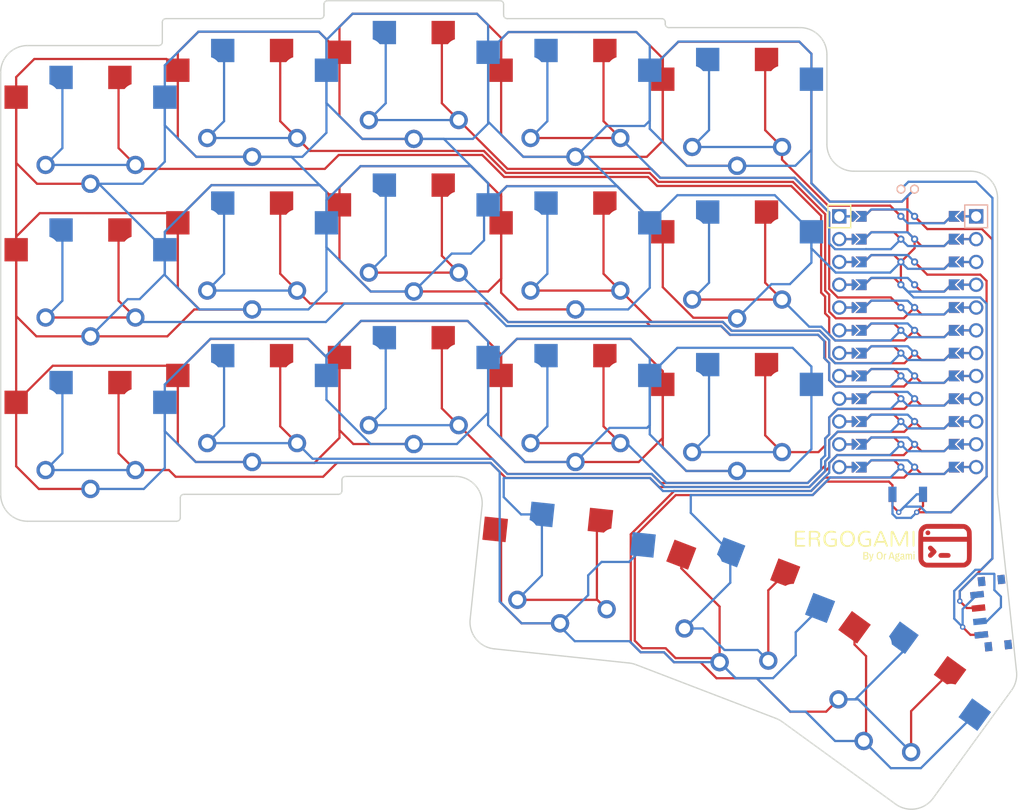
<source format=kicad_pcb>
(kicad_pcb (version 20211014) (generator pcbnew)
  (title_block (title "ergogami_v2") (date "2022-06-02") (rev "v2.0") (company "Or Agami") (comment 1 "Produced by JLCPCB"))
  (layers (0 "F.Cu" signal) (31 "B.Cu" signal) (34 "B.Paste" user) (35 "F.Paste" user) (36 "B.SilkS" user "B.Silkscreen") (37 "F.SilkS" user "F.Silkscreen") (38 "B.Mask" user) (39 "F.Mask" user) (44 "Edge.Cuts" user))
  (net 0 "")
  (net 1 "P16")
  (net 2 "GND")
  (net 3 "P5")
  (net 4 "P20")
  (net 5 "P7")
  (net 6 "P18")
  (net 7 "P21")
  (net 8 "P14")
  (net 9 "P4")
  (net 10 "P2")
  (net 11 "P6")
  (net 12 "P19")
  (net 13 "P0")
  (net 14 "P15")
  (net 15 "P3")
  (net 16 "P1")
  (net 17 "P8")
  (net 18 "P9")
  (net 19 "P10")
  (net 20 "RAW")
  (net 21 "RST")
  (net 22 "VCC")
  (net 23 "pos")
  (footprint "lib:bat" (layer "F.Cu") (at 131.68929 38.79023 90)
    (fp_text reference "")
    (fp_text value "")
  )
  (footprint "PG1350" (layer "F.Cu") (at 94.68929 46.29023 180)
    (fp_text reference "S22" hide)
    (fp_text value "" hide)
  )
  (footprint "PG1350" (layer "F.Cu") (at 112.68929 30.29023 180)
    (fp_text reference "S30" hide)
    (fp_text value "" hide)
  )
  (footprint "PG1350" (layer "F.Cu") (at 58.68929 46.29023 180)
    (fp_text reference "S10" hide)
    (fp_text value "" hide)
  )
  (footprint "PG1350" (layer "F.Cu") (at 40.68929 32.29023 180)
    (fp_text reference "S6" hide)
    (fp_text value "" hide)
  )
  (footprint "PG1350" (layer "F.Cu") (at 76.68929 61.29023)
    (fp_text reference "S13" hide)
    (fp_text value "" hide)
  )
  (footprint "PG1350" (layer "F.Cu") (at 93.58929 81.29023 -6)
    (fp_text reference "S31" hide)
    (fp_text value "" hide)
  )
  (footprint "PG1350" (layer "F.Cu") (at 76.68929 27.29023)
    (fp_text reference "S17" hide)
    (fp_text value "" hide)
  )
  (footprint "PG1350" (layer "F.Cu") (at 112.856425 85.982977 -21)
    (fp_text reference "S33" hide)
    (fp_text value "" hide)
  )
  (footprint "PG1350" (layer "F.Cu") (at 94.68929 63.29023 180)
    (fp_text reference "S20" hide)
    (fp_text value "" hide)
  )
  (footprint "ProMicro" (layer "F.Cu") (at 131.68929 55.79023 -90)
    (fp_text reference "MCU1" hide)
    (fp_text value "")
  )
  (footprint "VIA-0.6mm" (layer "F.Cu") (at 137.803021 87.576979 -36)
    (fp_text reference "REF**" hide)
    (fp_text value "VIA-0.6mm" hide)
  )
  (footprint "PG1350" (layer "F.Cu") (at 40.68929 49.29023)
    (fp_text reference "S3" hide)
    (fp_text value "" hide)
  )
  (footprint "PG1350" (layer "F.Cu") (at 40.68929 66.29023)
    (fp_text reference "S1" hide)
    (fp_text value "" hide)
  )
  (footprint "PG1350" (layer "F.Cu") (at 94.68929 46.29023)
    (fp_text reference "S21" hide)
    (fp_text value "" hide)
  )
  (footprint "PG1350" (layer "F.Cu") (at 76.68929 44.29023 180)
    (fp_text reference "S16" hide)
    (fp_text value "" hide)
  )
  (footprint "VIA-0.6mm" (layer "F.Cu") (at 132.68929 74.79023)
    (fp_text reference "REF**" hide)
    (fp_text value "VIA-0.6mm" hide)
  )
  (footprint "Symbol:LOGO" (layer "F.Cu") (at 128.976942 78.51331)
    (fp_text reference "G***" hide)
    (fp_text value "LOGO" hide)
  )
  (footprint "Button_Switch_SMD:SW_SPST_B3U-1000P" (layer "F.Cu") (at 131.68929 72.79023)
    (fp_text reference "")
    (fp_text value "")
  )
  (footprint "PG1350" (layer "F.Cu") (at 130.252476 95.502525 144)
    (fp_text reference "S36" hide)
    (fp_text value "" hide)
  )
  (footprint "PG1350" (layer "F.Cu") (at 76.68929 27.29023 180)
    (fp_text reference "S18" hide)
    (fp_text value "" hide)
  )
  (footprint "PG1350" (layer "F.Cu") (at 94.68929 63.29023)
    (fp_text reference "S19" hide)
    (fp_text value "" hide)
  )
  (footprint "PG1350" (layer "F.Cu") (at 112.68929 30.29023)
    (fp_text reference "S29" hide)
    (fp_text value "" hide)
  )
  (footprint "VIA-0.6mm" (layer "F.Cu") (at 137.489176 84.691411 -36)
    (fp_text reference "REF**" hide)
    (fp_text value "VIA-0.6mm" hide)
  )
  (footprint "PG1350" (layer "F.Cu") (at 94.68929 29.29023)
    (fp_text reference "S23" hide)
    (fp_text value "" hide)
  )
  (footprint "PG1350" (layer "F.Cu") (at 112.856425 85.982977 159)
    (fp_text reference "S34" hide)
    (fp_text value "" hide)
  )
  (footprint "PG1350" (layer "F.Cu") (at 58.68929 46.29023)
    (fp_text reference "S9" hide)
    (fp_text value "" hide)
  )
  (footprint "PG1350" (layer "F.Cu") (at 58.68929 29.29023)
    (fp_text reference "S11" hide)
    (fp_text value "" hide)
  )
  (footprint "PG1350" (layer "F.Cu") (at 40.68929 49.29023 180)
    (fp_text reference "S4" hide)
    (fp_text value "" hide)
  )
  (footprint "PG1350" (layer "F.Cu") (at 112.68929 47.29023)
    (fp_text reference "S27" hide)
    (fp_text value "" hide)
  )
  (footprint "PG1350" (layer "F.Cu") (at 58.68929 29.29023 180)
    (fp_text reference "S12" hide)
    (fp_text value "" hide)
  )
  (footprint "PG1350" (layer "F.Cu") (at 40.68929 32.29023)
    (fp_text reference "S5" hide)
    (fp_text value "" hide)
  )
  (footprint "PG1350" (layer "F.Cu") (at 40.68929 66.29023 180)
    (fp_text reference "S2" hide)
    (fp_text value "" hide)
  )
  (footprint "PG1350" (layer "F.Cu") (at 112.68929 64.29023 180)
    (fp_text reference "S26" hide)
    (fp_text value "" hide)
  )
  (footprint "PG1350" (layer "F.Cu") (at 76.68929 61.29023 180)
    (fp_text reference "S14" hide)
    (fp_text value "" hide)
  )
  (footprint "PG1350" (layer "F.Cu") (at 58.68929 63.29023 180)
    (fp_text reference "S8" hide)
    (fp_text value "" hide)
  )
  (footprint "PG1350" (layer "F.Cu") (at 130.252476 95.502525 -36)
    (fp_text reference "S35" hide)
    (fp_text value "" hide)
  )
  (footprint "Button_Switch_SMD:SW_SPDT_PCM12" (layer "F.Cu") (at 141.070324 86.0572 96)
    (fp_text reference "")
    (fp_text value "")
  )
  (footprint "PG1350" (layer "F.Cu") (at 112.68929 47.29023 180)
    (fp_text reference "S28" hide)
    (fp_text value "" hide)
  )
  (footprint "PG1350" (layer "F.Cu") (at 93.58929 81.29023 174)
    (fp_text reference "S32" hide)
    (fp_text value "" hide)
  )
  (footprint "VIA-0.6mm" (layer "F.Cu") (at 130.68929 74.79023)
    (fp_text reference "REF**" hide)
    (fp_text value "VIA-0.6mm" hide)
  )
  (footprint "PG1350" (layer "F.Cu") (at 58.68929 63.29023)
    (fp_text reference "S7" hide)
    (fp_text value "" hide)
  )
  (footprint "PG1350" (layer "F.Cu") (at 112.68929 64.29023)
    (fp_text reference "S25" hide)
    (fp_text value "" hide)
  )
  (footprint "PG1350" (layer "F.Cu") (at 94.68929 29.29023 180)
    (fp_text reference "S24" hide)
    (fp_text value "" hide)
  )
  (footprint "PG1350" (layer "F.Cu") (at 76.68929 44.29023)
    (fp_text reference "S15" hide)
    (fp_text value "" hide)
  )
  (gr_arc (start 85.634617 90.006489) (mid 83.616759 88.910888) (end 82.964636 86.709338) (layer "Edge.Cuts") (width 0.15))
  (gr_line (start 117.706891 98.130269) (end 130.331635 107.302683) (layer "Edge.Cuts") (width 0.15))
  (gr_line (start 49.08929 19.79023) (end 66.28929 19.79023) (layer "Edge.Cuts") (width 0.15))
  (gr_arc (start 86.28929 17.79023) (mid 86.572133 17.907387) (end 86.68929 18.19023) (layer "Edge.Cuts") (width 0.15))
  (gr_arc (start 66.68929 18.19023) (mid 66.806447 17.907387) (end 67.08929 17.79023) (layer "Edge.Cuts") (width 0.15))
  (gr_line (start 82.964636 86.709338) (end 84.28953 74.103815) (layer "Edge.Cuts") (width 0.15))
  (gr_line (start 104.68929 20.19023) (end 104.68929 20.39023) (layer "Edge.Cuts") (width 0.15))
  (gr_line (start 68.68929 71.19023) (end 68.68929 72.39023) (layer "Edge.Cuts") (width 0.15))
  (gr_arc (start 104.28929 19.79023) (mid 104.572133 19.907387) (end 104.68929 20.19023) (layer "Edge.Cuts") (width 0.15))
  (gr_line (start 86.68929 18.19023) (end 86.68929 19.39023) (layer "Edge.Cuts") (width 0.15))
  (gr_line (start 67.08929 17.79023) (end 86.28929 17.79023) (layer "Edge.Cuts") (width 0.15))
  (gr_arc (start 134.522042 106.638988) (mid 132.564294 107.838697) (end 130.331635 107.302683) (layer "Edge.Cuts") (width 0.15))
  (gr_line (start 141.68929 39.79023) (end 141.68929 72.630148) (layer "Edge.Cuts") (width 0.15))
  (gr_arc (start 50.68929 73.19023) (mid 50.806447 72.907387) (end 51.08929 72.79023) (layer "Edge.Cuts") (width 0.15))
  (gr_arc (start 81.305964 70.79023) (mid 83.535417 71.782829) (end 84.28953 74.103815) (layer "Edge.Cuts") (width 0.15))
  (gr_line (start 134.522042 106.638988) (end 143.247794 94.62902) (layer "Edge.Cuts") (width 0.15))
  (gr_arc (start 143.803708 92.54641) (mid 143.719245 93.639362) (end 143.247794 94.62902) (layer "Edge.Cuts") (width 0.15))
  (gr_arc (start 87.08929 19.79023) (mid 86.806447 19.673073) (end 86.68929 19.39023) (layer "Edge.Cuts") (width 0.15))
  (gr_arc (start 100.656912 91.585396) (mid 101.043662 91.651855) (end 101.41843 91.76822) (layer "Edge.Cuts") (width 0.15))
  (gr_arc (start 66.68929 19.39023) (mid 66.572133 19.673073) (end 66.28929 19.79023) (layer "Edge.Cuts") (width 0.15))
  (gr_arc (start 125.68929 36.79023) (mid 123.56797 35.91155) (end 122.68929 33.79023) (layer "Edge.Cuts") (width 0.15))
  (gr_line (start 33.68929 22.79023) (end 48.28929 22.79023) (layer "Edge.Cuts") (width 0.15))
  (gr_line (start 101.41843 91.76822) (end 117.018639 97.756579) (layer "Edge.Cuts") (width 0.15))
  (gr_line (start 122.68929 33.79023) (end 122.68929 23.79023) (layer "Edge.Cuts") (width 0.15))
  (gr_line (start 105.08929 20.79023) (end 119.68929 20.79023) (layer "Edge.Cuts") (width 0.15))
  (gr_arc (start 119.68929 20.79023) (mid 121.81061 21.66891) (end 122.68929 23.79023) (layer "Edge.Cuts") (width 0.15))
  (gr_arc (start 48.68929 22.39023) (mid 48.572133 22.673073) (end 48.28929 22.79023) (layer "Edge.Cuts") (width 0.15))
  (gr_arc (start 33.68929 75.79023) (mid 31.56797 74.91155) (end 30.68929 72.79023) (layer "Edge.Cuts") (width 0.15))
  (gr_line (start 30.68929 72.79023) (end 30.68929 25.79023) (layer "Edge.Cuts") (width 0.15))
  (gr_line (start 50.68929 73.19023) (end 50.68929 75.39023) (layer "Edge.Cuts") (width 0.15))
  (gr_line (start 48.68929 22.39023) (end 48.68929 20.19023) (layer "Edge.Cuts") (width 0.15))
  (gr_line (start 51.08929 72.79023) (end 68.28929 72.79023) (layer "Edge.Cuts") (width 0.15))
  (gr_line (start 125.68929 36.79023) (end 138.68929 36.79023) (layer "Edge.Cuts") (width 0.15))
  (gr_arc (start 117.018639 97.756579) (mid 117.375009 97.920873) (end 117.706891 98.130269) (layer "Edge.Cuts") (width 0.15))
  (gr_line (start 69.08929 70.79023) (end 81.305964 70.79023) (layer "Edge.Cuts") (width 0.15))
  (gr_line (start 141.706326 72.949402) (end 143.803708 92.54641) (layer "Edge.Cuts") (width 0.15))
  (gr_arc (start 138.68929 36.79023) (mid 140.81061 37.66891) (end 141.68929 39.79023) (layer "Edge.Cuts") (width 0.15))
  (gr_line (start 87.08929 19.79023) (end 104.28929 19.79023) (layer "Edge.Cuts") (width 0.15))
  (gr_arc (start 68.68929 72.39023) (mid 68.572133 72.673073) (end 68.28929 72.79023) (layer "Edge.Cuts") (width 0.15))
  (gr_line (start 85.634616 90.006489) (end 100.656912 91.585396) (layer "Edge.Cuts") (width 0.15))
  (gr_arc (start 50.68929 75.39023) (mid 50.572133 75.673073) (end 50.28929 75.79023) (layer "Edge.Cuts") (width 0.15))
  (gr_line (start 66.68929 19.39023) (end 66.68929 18.19023) (layer "Edge.Cuts") (width 0.15))
  (gr_arc (start 141.706326 72.949402) (mid 141.693551 72.790002) (end 141.68929 72.630148) (layer "Edge.Cuts") (width 0.15))
  (gr_arc (start 68.68929 71.19023) (mid 68.806447 70.907387) (end 69.08929 70.79023) (layer "Edge.Cuts") (width 0.15))
  (gr_line (start 33.68929 75.79023) (end 50.28929 75.79023) (layer "Edge.Cuts") (width 0.15))
  (gr_arc (start 30.68929 25.79023) (mid 31.56797 23.66891) (end 33.68929 22.79023) (layer "Edge.Cuts") (width 0.15))
  (gr_arc (start 48.68929 20.19023) (mid 48.806447 19.907387) (end 49.08929 19.79023) (layer "Edge.Cuts") (width 0.15))
  (gr_arc (start 105.08929 20.79023) (mid 104.806447 20.673073) (end 104.68929 20.39023) (layer "Edge.Cuts") (width 0.15))
  (segment (start 45.68929 70.09023) (end 49.427271 70.09023) (width 0.25) (layer "F.Cu") (net 1))
  (segment (start 66.592352 70.834256) (end 68.15033 69.276278) (width 0.25) (layer "F.Cu") (net 1))
  (segment (start 68.15033 69.276278) (end 85.239621 69.276278) (width 0.25) (layer "F.Cu") (net 1))
  (segment (start 50.171297 70.834256) (end 66.592352 70.834256) (width 0.25) (layer "F.Cu") (net 1))
  (segment (start 85.239621 69.276278) (end 86.943604 70.980261) (width 0.25) (layer "F.Cu") (net 1))
  (segment (start 43.96429 60.34023) (end 43.814769 60.489751) (width 0.25) (layer "F.Cu") (net 1))
  (segment (start 123.811509 68.427711) (end 131.243809 68.427711) (width 0.25) (layer "F.Cu") (net 1))
  (segment (start 122.944779 69.771518) (end 122.944779 69.294441) (width 0.25) (layer "F.Cu") (net 1))
  (segment (start 43.814769 68.215709) (end 45.68929 70.09023) (width 0.25) (layer "F.Cu") (net 1))
  (segment (start 120.736036 71.980261) (end 122.944779 69.771518) (width 0.25) (layer "F.Cu") (net 1))
  (segment (start 86.943604 70.980261) (end 103.000883 70.980261) (width 0.25) (layer "F.Cu") (net 1))
  (segment (start 104.000884 71.980261) (end 120.736036 71.980261) (width 0.25) (layer "F.Cu") (net 1))
  (segment (start 131.243809 68.427711) (end 132.45129 67.22023) (width 0.25) (layer "F.Cu") (net 1))
  (segment (start 103.000883 70.980261) (end 104.000884 71.980261) (width 0.25) (layer "F.Cu") (net 1))
  (segment (start 122.944779 69.294441) (end 123.811509 68.427711) (width 0.25) (layer "F.Cu") (net 1))
  (segment (start 43.814769 60.489751) (end 43.814769 68.215709) (width 0.25) (layer "F.Cu") (net 1))
  (segment (start 49.427271 70.09023) (end 50.171297 70.834256) (width 0.25) (layer "F.Cu") (net 1))
  (segment (start 37.41429 60.34023) (end 37.563811 60.489751) (width 0.25) (layer "B.Cu") (net 1))
  (segment (start 37.563811 60.489751) (end 37.563811 68.215709) (width 0.25) (layer "B.Cu") (net 1))
  (segment (start 35.68929 70.09023) (end 45.68929 70.09023) (width 0.25) (layer "B.Cu") (net 1))
  (segment (start 37.563811 68.215709) (end 35.68929 70.09023) (width 0.25) (layer "B.Cu") (net 1))
  (segment (start 110.742054 91.491102) (end 110.293265 91.042313) (width 0.25) (layer "F.Cu") (net 2))
  (segment (start 54.057274 55.465709) (end 50.41429 59.108693) (width 0.25) (layer "F.Cu") (net 2))
  (segment (start 36.488811 58.465709) (end 32.41429 62.54023) (width 0.25) (layer "F.Cu") (net 2))
  (segment (start 101.738225 69.19023) (end 94.68929 69.19023) (width 0.25) (layer "F.Cu") (net 2))
  (segment (start 104.41429 26.54023) (end 104.41429 33.409185) (width 0.25) (layer "F.Cu") (net 2))
  (segment (start 86.41429 32.722802) (end 88.881718 35.19023) (width 0.25) (layer "F.Cu") (net 2))
  (segment (start 86.41429 50.335874) (end 88.268646 52.19023) (width 0.25) (layer "F.Cu") (net 2))
  (segment (start 40.68929 72.19023) (end 34.939044 72.19023) (width 0.25) (layer "F.Cu") (net 2))
  (segment (start 101.299483 89.101777) (end 101.299483 77.435755) (width 0.25) (layer "F.Cu") (net 2))
  (segment (start 34.66929 55.19023) (end 40.68929 55.19023) (width 0.25) (layer "F.Cu") (net 2))
  (segment (start 65.630395 69.289125) (end 58.788185 69.289125) (width 0.25) (layer "F.Cu") (net 2))
  (segment (start 104.41429 43.54023) (end 99.339769 38.465709) (width 0.25) (layer "F.Cu") (net 2))
  (segment (start 112.616929 53.117869) (end 112.68929 53.19023) (width 0.25) (layer "F.Cu") (net 2))
  (segment (start 68.41429 55.873488) (end 68.41429 57.54023) (width 0.25) (layer "F.Cu") (net 2))
  (segment (start 104.41429 24.222183) (end 104.41429 26.54023) (width 0.25) (layer "F.Cu") (net 2))
  (segment (start 68.41429 23.54023) (end 68.41429 20.702738) (width 0.25) (layer "F.Cu") (net 2))
  (segment (start 49.24929 55.19023) (end 40.68929 55.19023) (width 0.25) (layer "F.Cu") (net 2))
  (segment (start 123.006075 40.178792) (end 131.050728 40.178792) (width 0.25) (layer "F.Cu") (net 2))
  (segment (start 71.89352 50.19023) (end 76.68929 50.19023) (width 0.25) (layer "F.Cu") (net 2))
  (segment (start 86.41429 22.100292) (end 87.229973 21.284609) (width 0.25) (layer "F.Cu") (net 2))
  (segment (start 86.41429 57.20429) (end 82.675709 53.465709) (width 0.25) (layer "F.Cu") (net 2))
  (segment (start 104.41429 49.711) (end 107.821159 53.117869) (width 0.25) (layer "F.Cu") (net 2))
  (segment (start 104.41429 24.102022) (end 106.152612 22.3637) (width 0.25) (layer "F.Cu") (net 2))
  (segment (start 86.41429 57.232901) (end 86.41429 59.54023) (width 0.25) (layer "F.Cu") (net 2))
  (segment (start 100.808492 55.465709) (end 88.181482 55.465709) (width 0.25) (layer "F.Cu") (net 2))
  (segment (start 104.41429 60.54023) (end 104.41429 67.575052) (width 0.25) (layer "F.Cu") (net 2))
  (segment (start 107.10929 36.19023) (end 112.68929 36.19023) (width 0.25) (layer "F.Cu") (net 2))
  (segment (start 107.821159 53.117869) (end 112.616929 53.117869) (width 0.25) (layer "F.Cu") (net 2))
  (segment (start 32.41429 26.30523) (end 34.433129 24.286391) (width 0.25) (layer "F.Cu") (net 2))
  (segment (start 106.474927 79.516556) (end 106.474927 81.032139) (width 0.25) (layer "F.Cu") (net 2))
  (segment (start 50.41429 25.54023) (end 50.41429 33.142136) (width 0.25) (layer "F.Cu") (net 2))
  (segment (start 104.41429 67.575052) (end 107.029468 70.19023) (width 0.25) (layer "F.Cu") (net 2))
  (segment (start 104.41429 59.071507) (end 100.808492 55.465709) (width 0.25) (layer "F.Cu") (net 2))
  (segment (start 49.339769 41.465709) (end 35.033811 41.465709) (width 0.25) (layer "F.Cu") (net 2))
  (segment (start 107.029468 70.19023) (end 112.68929 70.19023) (width 0.25) (layer "F.Cu") (net 2))
  (segment (start 104.41429 60.54023) (end 104.41429 66.514165) (width 0.25) (layer "F.Cu") (net 2))
  (segment (start 32.41429 45.54023) (end 32.41429 28.54023) (width 0.25) (layer "F.Cu") (net 2))
  (segment (start 129.58929 71.375793) (end 129.98929 71.775793) (width 0.25) (layer "F.Cu") (net 2))
  (segment (start 34.939044 72.19023) (end 32.41429 69.665476) (width 0.25) (layer "F.Cu") (net 2))
  (segment (start 50.41429 25.54023) (end 50.41429 23.54523) (width 0.25) (layer "F.Cu") (net 2))
  (segment (start 49.339769 58.465709) (end 36.488811 58.465709) (width 0.25) (layer "F.Cu") (net 2))
  (segment (start 132.45129 45.37623) (end 130.92729 46.90023) (width 0.25) (layer "F.Cu") (net 2))
  (segment (start 125.762055 89.531228) (end 127.04929 90.818463) (width 0.25) (layer "F.Cu") (net 2))
  (segment (start 68.41429 40.54023) (end 66.22429 38.35023) (width 0.25) (layer "F.Cu") (net 2))
  (segment (start 104.41429 26.54023) (end 104.41429 24.102022) (width 0.25) (layer "F.Cu") (net 2))
  (segment (start 104.41429 33.49523) (end 107.10929 36.19023) (width 0.25) (layer "F.Cu") (net 2))
  (segment (start 122.61194 71.375793) (end 129.58929 71.375793) (width 0.25) (layer "F.Cu") (net 2))
  (segment (start 101.476716 21.284609) (end 104.41429 24.222183) (width 0.25) (layer "F.Cu") (net 2))
  (segment (start 131.050728 40.178792) (end 132.43929 38.79023) (width 0.25) (layer "F.Cu") (net 2))
  (segment (start 83.725851 19.250631) (end 86.41429 21.93907) (width 0.25) (layer "F.Cu") (net 2))
  (segment (start 131.651801 39.577719) (end 131.651801 43.560741) (width 0.25) (layer "F.Cu") (net 2))
  (segment (start 132.45129 44.36023) (end 132.45129 45.37623) (width 0.25) (layer "F.Cu") (net 2))
  (segment (start 131.651801 43.560741) (end 132.45129 44.36023) (width 0.25) (layer "F.Cu") (net 2))
  (segment (start 50.41429 59.108693) (end 50.41429 59.54023) (width 0.25) (layer "F.Cu") (net 2))
  (segment (start 32.41429 28.54023) (end 32.41429 35.86647) (width 0.25) (layer "F.Cu") (net 2))
  (segment (start 86.408531 84.8881) (end 88.67834 87.157909) (width 0.25) (layer "F.Cu") (net 2))
  (segment (start 129.98929 72.79023) (end 129.98929 74.09023) (width 0.25) (layer "F.Cu") (net 2))
  (segment (start 87.229973 21.284609) (end 101.476716 21.284609) (width 0.25) (layer "F.Cu") (net 2))
  (segment (start 86.41429 25.54023) (end 86.41429 32.722802) (width 0.25) (layer "F.Cu") (net 2))
  (segment (start 66.22429 38.35023) (end 54.152924 38.35023) (width 0.25) (layer "F.Cu") (net 2))
  (segment (start 50.41429 42.54023) (end 49.339769 41.465709) (width 0.25) (layer "F.Cu") (net 2))
  (segment (start 32.41429 28.54023) (end 32.41429 26.30523) (width 0.25) (layer "F.Cu") (net 2))
  (segment (start 110.293265 91.042313) (end 105.836733 91.042313) (width 0.25) (layer "F.Cu") (net 2))
  (segment (start 88.268646 52.19023) (end 94.68929 52.19023) (width 0.25) (layer "F.Cu") (net 2))
  (segment (start 32.41429 35.86647) (end 34.73805 38.19023) (width 0.25) (layer "F.Cu") (net 2))
  (segment (start 86.41429 39.091076) (end 86.41429 42.54023) (width 0.25) (layer "F.Cu") (net 2))
  (segment (start 50.41429 42.088864) (end 50.41429 42.54023) (width 0.25) (layer "F.Cu") (net 2))
  (segment (start 50.41429 59.54023) (end 49.339769 58.465709) (width 0.25) (layer "F.Cu") (net 2))
  (segment (start 68.41429 57.54023) (end 68.41429 66.50523) (width 0.25) (layer "F.Cu") (net 2))
  (segment (start 86.41429 59.54023) (end 86.41429 66.529712) (width 0.25) (layer "F.Cu") (net 2))
  (segment (start 68.41429 46.711) (end 71.89352 50.19023) (width 0.25) (layer "F.Cu") (net 2))
  (segment (start 50.41429 67.182011) (end 52.422509 69.19023) (width 0.25) (layer "F.Cu") (net 2))
  (segment (start 52.462384 35.19023) (end 58.68929 35.19023) (width 0.25) (layer "F.Cu") (net 2))
  (segment (start 104.41429 60.54023) (end 104.41429 59.071507) (width 0.25) (layer "F.Cu") (net 2))
  (segment (start 127.04929 90.818463) (end 127.04929 100.010978) (width 0.25) (layer "F.Cu") (net 2))
  (segment (start 86.41429 39.580575) (end 83.073576 36.239861) (width 0.25) (layer "F.Cu") (net 2))
  (segment (start 125.762055 87.604788) (end 125.762055 89.531228) (width 0.25) (layer "F.Cu") (net 2))
  (segment (start 66.115872 21.241812) (end 68.41429 23.54023) (width 0.25) (layer "F.Cu") (net 2))
  (segment (start 32.41429 44.08523) (end 32.41429 45.54023) (width 0.25) (layer "F.Cu") (net 2))
  (segment (start 86.41429 25.54023) (end 86.41429 22.100292) (width 0.25) (layer "F.Cu") (net 2))
  (segment (start 52.422509 69.19023) (end 58.68929 69.19023) (width 0.25) (layer "F.Cu") (net 2))
  (segment (start 86.41429 59.54023) (end 86.41429 57.20429) (width 0.25) (layer "F.Cu") (net 2))
  (segment (start 88.67834 87.157909) (end 92.972572 87.157909) (width 0.25) (layer "F.Cu") (net 2))
  (segment (start 50.41429 23.54523) (end 52.717708 21.241812) (width 0.25) (layer "F.Cu") (net 2))
  (segment (start 68.41429 20.702738) (end 69.866397 19.250631) (width 0.25) (layer "F.Cu") (net 2))
  (segment (start 86.41429 42.54023) (end 86.41429 48.747181) (width 0.25) (layer "F.Cu") (net 2))
  (segment (start 127.04929 100.010978) (end 126.784543 100.275725) (width 0.25) (layer "F.Cu") (net 2))
  (segment (start 106.152612 22.3637) (end 119.621984 22.3637) (width 0.25) (layer "F.Cu") (net 2))
  (segment (start 86.41429 48.747181) (end 84.971241 50.19023) (width 0.25) (layer "F.Cu") (net 2))
  (segment (start 32.41429 52.93523) (end 34.66929 55.19023) (width 0.25) (layer "F.Cu") (net 2))
  (segment (start 35.033811 41.465709) (end 32.41429 44.08523) (width 0.25) (layer "F.Cu") (net 2))
  (segment (start 129.98929 71.775793) (end 129.98929 72.79023) (width 0.25) (layer "F.Cu") (net 2))
  (segment (start 86.41429 21.93907) (end 86.41429 25.54023) (width 0.25) (layer "F.Cu") (net 2))
  (segment (start 110.742054 85.299266) (end 110.742054 91.491102) (width 0.25) (layer "F.Cu") (net 2))
  (segment (start 120.970849 23.712565) (end 120.970849 38.143566) (width 0.25) (layer "F.Cu") (net 2))
  (segment (start 68.41429 57.54023) (end 68.41429 65.641018) (width 0.25) (layer "F.Cu") (net 2))
  (segment (start 32.41429 62.54023) (end 32.41429 45.54023) (width 0.25) (layer "F.Cu") (net 2))
  (segment (start 86.41429 42.54023) (end 86.41429 50.335874) (width 0.25) (layer "F.Cu") (net 2))
  (segment (start 82.675709 53.465709) (end 70.822069 53.465709) (width 0.25) (layer "F.Cu") (net 2))
  (segment (start 52.24929 52.19023) (end 49.24929 55.19023) (width 0.25) (layer "F.Cu") (net 2))
  (segment (start 58.788185 69.289125) (end 58.68929 69.19023) (width 0.25) (layer "F.Cu") (net 2))
  (segment (start 102.633245 35.19023) (end 94.68929 35.19023) (width 0.25) (layer "F.Cu") (net 2))
  (segment (start 86.41429 42.54023) (end 86.41429 39.580575) (width 0.25) (layer "F.Cu") (net 2))
  (segment (start 68.41429 65.641018) (end 69.963502 67.19023) (width 0.25) (layer "F.Cu") (net 2))
  (segment (start 106.474927 81.032139) (end 110.742054 85.299266) (width 0.25) (layer "F.Cu") (net 2))
  (segment (start 104.731948 89.937529) (end 102.135235 89.937529) (width 0.25) (layer "F.Cu") (net 2))
  (segment (start 69.866397 19.250631) (end 83.725851 19.250631) (width 0.25) (layer "F.Cu") (net 2))
  (segment (start 70.822069 53.465709) (end 68.41429 55.873488) (width 0.25) (layer "F.Cu") (net 2))
  (segment (start 70.960536 33.195281) (end 76.684239 33.195281) (width 0.25) (layer "F.Cu") (net 2))
  (segment (start 86.41429 66.529712) (end 89.074808 69.19023) (width 0.25) (layer "F.Cu") (net 2))
  (segment (start 130.92729 46.90023) (end 130.92729 49.44023) (width 0.25) (layer "F.Cu") (net 2))
  (segment (start 102.135235 89.937529) (end 101.299483 89.101777) (width 0.25) (layer "F.Cu") (net 2))
  (segment (start 105.836733 91.042313) (end 104.731948 89.937529) (width 0.25) (layer "F.Cu") (net 2))
  (segment (start 68.41429 23.54023) (end 68.41429 30.649035) (width 0.25) (layer "F.Cu") (net 2))
  (segment (start 50.41429 59.54023) (end 50.41429 67.182011) (width 0.25) (layer "F.Cu") (net 2))
  (segment (start 121.108432 72.879301) (end 122.61194 71.375793) (width 0.25) (layer "F.Cu") (net 2))
  (segment (start 86.408531 77.352728) (end 86.408531 84.8881) (width 0.25) (layer "F.Cu") (net 2))
  (segment (start 119.621984 22.3637) (end 120.970849 23.712565) (width 0.25) (layer "F.Cu") (net 2))
  (segment (start 83.073576 36.239861) (end 70.753949 36.239861) (width 0.25) (layer "F.Cu") (net 2))
  (segment (start 101.299483 77.435755) (end 105.855937 72.879301) (width 0.25) (layer "F.Cu") (net 2))
  (segment (start 50.41429 33.142136) (end 52.462384 35.19023) (width 0.25) (layer "F.Cu") (net 2))
  (segment (start 32.41429 45.54023) (end 32.41429 52.93523) (width 0.25) (layer "F.Cu") (net 2))
  (segment (start 68.41429 40.54023) (end 68.41429 46.711) (width 0.25) (layer "F.Cu") (net 2))
  (segment (start 52.822746 52.19023) (end 58.68929 52.19023) (width 0.25) (layer "F.Cu") (net 2))
  (segment (start 89.074808 69.19023) (end 94.68929 69.19023) (width 0.25) (layer "F.Cu") (net 2))
  (segment (start 76.684239 33.195281) (end 76.68929 33.19023) (width 0.25) (layer "F.Cu") (net 2))
  (segment (start 99.339769 38.465709) (end 87.039657 38.465709) (width 0.25) (layer "F.Cu") (net 2))
  (segment (start 104.41429 66.514165) (end 101.738225 69.19023) (width 0.25) (layer "F.Cu") (net 2))
  (segment (start 68.41429 30.649035) (end 70.960536 33.195281) (width 0.25) (layer "F.Cu") (net 2))
  (segment (start 54.152924 38.35023) (end 50.41429 42.088864) (width 0.25) (layer "F.Cu") (net 2))
  (segment (start 129.98929 74.09023) (end 130.68929 74.79023) (width 0.25) (layer "F.Cu") (net 2))
  (segment (start 34.73805 38.19023) (end 40.68929 38.19023) (width 0.25) (layer "F.Cu") (net 2))
  (segment (start 68.41429 57.54023) (end 66.992581 57.54023) (width 0.25) (layer "F.Cu") (net 2))
  (segment (start 132.43929 38.79023) (end 131.651801 39.577719) (width 0.25) (layer "F.Cu") (net 2))
  (segment (start 66.992581 57.54023) (end 64.91806 55.465709) (width 0.25) (layer "F.Cu") (net 2))
  (segment (start 88.181482 55.465709) (end 86.41429 57.232901) (width 0.25) (layer "F.Cu") (net 2))
  (segment (start 64.91806 55.465709) (end 54.057274 55.465709) (width 0.25) (layer "F.Cu") (net 2))
  (segment (start 50.41429 42.54023) (end 50.41429 49.781774) (width 0.25) (layer "F.Cu") (net 2))
  (segment (start 52.717708 21.241812) (end 66.115872 21.241812) (width 0.25) (layer "F.Cu") (net 2))
  (segment (start 87.039657 38.465709) (end 86.41429 39.091076) (width 0.25) (layer "F.Cu") (net 2))
  (segment (start 84.971241 50.19023) (end 76.68929 50.19023) (width 0.25) (layer "F.Cu") (net 2))
  (segment (start 104.41429 26.54023) (end 104.41429 33.49523) (width 0.25) (layer "F.Cu") (net 2))
  (segment (start 50.41429 49.781774) (end 52.822746 52.19023) (width 0.25) (layer "F.Cu") (net 2))
  (segment (start 68.41429 66.50523) (end 65.630395 69.289125) (width 0.25) (layer "F.Cu") (net 2))
  (segment (start 69.963502 67.19023) (end 76.68929 67.19023) (width 0.25) (layer "F.Cu") (net 2))
  (segment (start 104.41429 43.54023) (end 104.41429 49.711) (width 0.25) (layer "F.Cu") (net 2))
  (segment (start 49.160451 24.286391) (end 50.41429 25.54023) (width 0.25) (layer "F.Cu") (net 2))
  (segment (start 70.753949 36.239861) (end 68.41429 38.57952) (width 0.25) (layer "F.Cu") (net 2))
  (segment (start 105.855937 72.879301) (end 121.108432 72.879301) (width 0.25) (layer "F.Cu") (net 2))
  (segment (start 32.41429 69.665476) (end 32.41429 62.54023) (width 0.25) (layer "F.Cu") (net 2))
  (segment (start 88.881718 35.19023) (end 94.68929 35.19023) (width 0.25) (layer "F.Cu") (net 2))
  (segment (start 68.41429 38.57952) (end 68.41429 40.54023) (width 0.25) (layer "F.Cu") (net 2))
  (segment (start 120.970849 38.143566) (end 123.006075 40.178792) (width 0.25) (layer "F.Cu") (net 2))
  (segment (start 34.433129 24.286391) (end 49.160451 24.286391) (width 0.25) (layer "F.Cu") (net 2))
  (segment (start 85.751603 76.6958) (end 86.408531 77.352728) (width 0.25) (layer "F.Cu") (net 2))
  (segment (start 104.41429 33.409185) (end 102.633245 35.19023) (width 0.25) (layer "F.Cu") (net 2))
  (segment (start 58.68929 52.19023) (end 52.24929 52.19023) (width 0.25) (layer "F.Cu") (net 2))
  (segment (start 100.707226 89.153802) (end 94.615169 89.153802) (width 0.25) (layer "B.Cu") (net 2))
  (segment (start 84.96429 40.54023) (end 84.96429 38.133499) (width 0.25) (layer "B.Cu") (net 2))
  (segment (start 105.648048 91.491102) (end 104.535431 90.378485) (width 0.25) (layer "B.Cu") (net 2))
  (segment (start 121.925683 85.447545) (end 119.216538 88.15669) (width 0.25) (layer "B.Cu") (net 2))
  (segment (start 66.96429 25.54023) (end 66.96429 22.092564) (width 0.25) (layer "B.Cu") (net 2))
  (segment (start 66.96429 50.17523) (end 64.94929 52.19023) (width 0.25) (layer "B.Cu") (net 2))
  (segment (start 133.100601 74.165719) (end 133.725089 74.790207) (width 0.25) (layer "B.Cu") (net 2))
  (segment (start 120.96429 45.38553) (end 123.665062 48.086302) (width 0.25) (layer "B.Cu") (net 2))
  (segment (start 66.96429 59.54023) (end 66.96429 57.511939) (width 0.25) (layer "B.Cu") (net 2))
  (segment (start 83.03464 45.97023) (end 80.90929 45.97023) (width 0.25) (layer "B.Cu") (net 2))
  (segment (start 130.68929 74.79023) (end 131.313801 74.165719) (width 0.25) (layer "B.Cu") (net 2))
  (segment (start 84.96429 40.54023) (end 84.96429 38.118487) (width 0.25) (layer "B.Cu") (net 2))
  (segment (start 66.96429 42.54023) (end 66.96429 45.261) (width 0.25) (layer "B.Cu") (net 2))
  (segment (start 84.96429 38.118487) (end 80.036033 33.19023) (width 0.25) (layer "B.Cu") (net 2))
  (segment (start 107.087854 36.19023) (end 112.68929 36.19023) (width 0.25) (layer "B.Cu") (net 2))
  (segment (start 66.96429 45.261) (end 71.89352 50.19023) (width 0.25) (layer "B.Cu") (net 2))
  (segment (start 120.96429 58.559385) (end 118.870614 56.465709) (width 0.25) (layer "B.Cu") (net 2))
  (segment (start 80.90929 45.97023) (end 76.68929 50.19023) (width 0.25) (layer "B.Cu") (net 2))
  (segment (start 46.504451 38.19023) (end 40.68929 38.19023) (width 0.25) (layer "B.Cu") (net 2))
  (segment (start 129.741218 48.086302) (end 130.92729 46.90023) (width 0.25) (layer "B.Cu") (net 2))
  (segment (start 120.96429 26.54023) (end 120.96429 34.39442) (width 0.25) (layer "B.Cu") (net 2))
  (segment (start 119.16848 36.19023) (end 112.68929 36.19023) (width 0.25) (layer "B.Cu") (net 2))
  (segment (start 71.89352 50.19023) (end 76.68929 50.19023) (width 0.25) (layer "B.Cu") (net 2))
  (segment (start 84.96429 20.491523) (end 83.723398 19.250631) (width 0.25) (layer "B.Cu") (net 2))
  (segment (start 48.96429 31.677124) (end 52.477396 35.19023) (width 0.25) (layer "B.Cu") (net 2))
  (segment (start 87.219911 21.284609) (end 84.96429 23.54023) (width 0.25) (layer "B.Cu") (net 2))
  (segment (start 102.96429 25.54023) (end 102.96429 31.159443) (width 0.25) (layer "B.Cu") (net 2))
  (segment (start 131.041646 40.180832) (end 131.607737 39.614741) (width 0.25) (layer "B.Cu") (net 2))
  (segment (start 48.96429 69.857192) (end 46.631252 72.19023) (width 0.25) (layer "B.Cu") (net 2))
  (segment (start 86.254375 70.301644) (end 85.232481 69.27975) (width 0.25) (layer "B.Cu") (net 2))
  (segment (start 102.659855 65.384565) (end 98.494955 65.384565) (width 0.25) (layer "B.Cu") (net 2))
  (segment (start 104.535431 90.378485) (end 101.931909 90.378485) (width 0.25) (layer "B.Cu") (net 2))
  (segment (start 48.96429 28.54023) (end 48.96429 31.677124) (width 0.25) (layer "B.Cu") (net 2))
  (segment (start 133.149851 103.301155) (end 129.809973 103.301155) (width 0.25) (layer "B.Cu") (net 2))
  (segment (start 66.96429 42.54023) (end 66.96429 39.091752) (width 0.25) (layer "B.Cu") (net 2))
  (segment (start 119.216538 90.746811) (end 116.690532 93.272817) (width 0.25) (layer "B.Cu") (net 2))
  (segment (start 66.96429 25.54023) (end 66.96429 29.200081) (width 0.25) (layer "B.Cu") (net 2))
  (segment (start 83.723398 19.250631) (end 69.864666 19.250631) (width 0.25) (layer "B.Cu") (net 2))
  (segment (start 120.96429 34.39442) (end 119.16848 36.19023) (width 0.25) (layer "B.Cu") (net 2))
  (segment (start 44.82929 51.05023) (end 40.68929 55.19023) (width 0.25) (layer "B.Cu") (net 2))
  (segment (start 66.96429 39.091752) (end 63.062768 35.19023) (width 0.25) (layer "B.Cu") (net 2))
  (segment (start 120.96429 23.714124) (end 119.594596 22.34443) (width 0.25) (layer "B.Cu") (net 2))
  (segment (start 102.96429 42.089541) (end 96.064979 35.19023) (width 0.25) (layer "B.Cu") (net 2))
  (segment (start 120.321387 96.998625) (end 118.597876 96.998625) (width 0.25) (layer "B.Cu") (net 2))
  (segment (start 97.599124 80.323397) (end 96.106822 81.815699) (width 0.25) (layer "B.Cu") (net 2))
  (segment (start 66.96429 22.151007) (end 66.96429 25.54023) (width 0.25) (layer "B.Cu") (net 2))
  (segment (start 132.342779 50.855719) (end 130.92729 49.44023) (width 0.25) (layer "B.Cu") (net 2))
  (segment (start 54.15884 38.346658) (end 48.96429 43.541208) (width 0.25) (layer "B.Cu") (net 2))
  (segment (start 88.688299 87.157909) (end 86.254375 84.723985) (width 0.25) (layer "B.Cu") (net 2))
  (segment (start 66.96429 32.501573) (end 64.275633 35.19023) (width 0.25) (layer "B.Cu") (net 2))
  (segment (start 66.96429 59.54023) (end 66.96429 62.261) (width 0.25) (layer "B.Cu") (net 2))
  (segment (start 96.106822 81.815699) (end 96.106822 84.023659) (width 0.25) (layer "B.Cu") (net 2))
  (segment (start 101.476717 21.284609) (end 87.219911 21.284609) (width 0.25) (layer "B.Cu") (net 2))
  (segment (start 84.512328 40.992192) (end 84.512328 44.492542) (width 0.25) (layer "B.Cu") (net 2))
  (segment (start 71.89352 67.19023) (end 76.68929 67.19023) (width 0.25) (layer "B.Cu") (net 2))
  (segment (start 96.064979 35.19023) (end 94.68929 35.19023) (width 0.25) (layer "B.Cu") (net 2))
  (segment (start 92.972572 87.511206) (end 92.972572 87.157909) (width 0.25) (layer "B.Cu") (net 2))
  (segment (start 102.96429 42.54023) (end 102.96429 49.782321) (width 0.25) (layer "B.Cu") (net 2))
  (segment (start 86.106961 57.54023) (end 84.96429 57.54023) (width 0.25) (layer "B.Cu") (net 2))
  (segment (start 66.113538 21.241812) (end 52.717708 21.241812) (width 0.25) (layer "B.Cu") (net 2))
  (segment (start 96.106822 84.023659) (end 92.972572 87.157909) (width 0.25) (layer "B.Cu") (net 2))
  (segment (start 120.96429 46.97523) (end 118.560269 49.379251) (width 0.25) (layer "B.Cu") (net 2))
  (segment (start 48.96429 24.99523) (end 48.96429 28.54023) (width 0.25) (layer "B.Cu") (net 2))
  (segment (start 120.96429 60.54023) (end 120.96429 58.559385) (width 0.25) (layer "B.Cu") (net 2))
  (segment (start 52.477396 35.19023) (end 58.68929 35.19023) (width 0.25) (layer "B.Cu") (net 2))
  (segment (start 131.313801 74.165719) (end 133.100601 74.165719) (width 0.25) (layer "B.Cu") (net 2))
  (segment (start 106.038811 56.465709) (end 102.96429 59.54023) (width 0.25) (layer "B.Cu") (net 2))
  (segment (start 120.96429 26.54023) (end 120.96429 38.123155) (width 0.25) (layer "B.Cu") (net 2))
  (segment (start 64.91806 55.465709) (end 54.053811 55.465709) (width 0.25) (layer "B.Cu") (net 2))
  (segment (start 102.96429 25.54023) (end 102.96429 32.066666) (width 0.25) (layer "B.Cu") (net 2))
  (segment (start 139.118372 97.332634) (end 133.149851 103.301155) (width 0.25) (layer "B.Cu") (net 2))
  (segment (start 118.870614 56.465709) (end 106.038811 56.465709) (width 0.25) (layer "B.Cu") (net 2))
  (segment (start 120.96429 67.75629) (end 118.53035 70.19023) (width 0.25) (layer "B.Cu") (net 2))
  (segment (start 48.96429 65.750522) (end 52.403998 69.19023) (width 0.25) (layer "B.Cu") (net 2))
  (segment (start 102.96429 59.54023) (end 102.96429 57.619305) (width 0.25) (layer "B.Cu") (net 2))
  (segment (start 52.803477 52.19023) (end 58.68929 52.19023) (width 0.25) (layer "B.Cu") (net 2))
  (segment (start 40.68929 38.19023) (end 41.61429 38.19023) (width 0.25) (layer "B.Cu") (net 2))
  (segment (start 102.96429 32.066666) (end 107.087854 36.19023) (width 0.25) (layer "B.Cu") (net 2))
  (segment (start 84.96429 40.54023) (end 84.512328 40.992192) (width 0.25) (layer "B.Cu") (net 2))
  (segment (start 102.374014 31.749719) (end 98.129801 31.749719) (width 0.25) (layer "B.Cu") (net 2))
  (segment (start 46.631252 72.19023) (end 40.68929 72.19023) (width 0.25) (layer "B.Cu") (net 2))
  (segment (start 48.96429 43.541208) (end 48.96429 45.54023) (width 0.25) (layer "B.Cu") (net 2))
  (segment (start 112.523769 93.272817) (end 110.742054 91.491102) (width 0.25) (layer "B.Cu") (net 2))
  (segment (start 131.607737 39.614741) (end 131.614779 39.614741) (width 0.25) (layer "B.Cu") (net 2))
  (segment (start 93.560326 88.098959) (end 92.972572 87.511206) (width 0.25) (layer "B.Cu") (net 2))
  (segment (start 120.96429 43.54023) (end 120.96429 46.97523) (width 0.25) (layer "B.Cu") (net 2))
  (segment (start 66.96429 62.261) (end 71.89352 67.19023) (width 0.25) (layer "B.Cu") (net 2))
  (segment (start 66.96429 39.091752) (end 66.219196 38.346658) (width 0.25) (layer "B.Cu") (net 2))
  (segment (start 48.96429 62.54023) (end 48.96429 65.750522) (width 0.25) (layer "B.Cu") (net 2))
  (segment (start 100.662973 80.323397) (end 97.599124 80.323397) (width 0.25) (layer "B.Cu") (net 2))
  (segment (start 120.96429 38.123155) (end 123.021967 40.180832) (width 0.25) (layer "B.Cu") (net 2))
  (segment (start 48.96429 35.730391) (end 46.504451 38.19023) (width 0.25) (layer "B.Cu") (net 2))
  (segment (start 82.675709 53.465709) (end 70.82207 53.465709) (width 0.25) (layer "B.Cu") (net 2))
  (segment (start 84.96429 23.54023) (end 84.96429 31.496142) (width 0.25) (layer "B.Cu") (net 2))
  (segment (start 46.162298 51.05023) (end 44.82929 51.05023) (width 0.25) (layer "B.Cu") (net 2))
  (segment (start 139.151286 97.332634) (end 139.118372 97.332634) (width 0.25) (layer "B.Cu") (net 2))
  (segment (start 54.053811 55.465709) (end 48.96429 60.55523) (width 0.25) (layer "B.Cu") (net 2))
  (segment (start 118.560269 49.379251) (end 116.500269 49.379251) (width 0.25) (layer "B.Cu") (net 2))
  (segment (start 102.96429 57.619305) (end 100.810694 55.465709) (width 0.25) (layer "B.Cu") (net 2))
  (segment (start 102.96429 31.159443) (end 102.374014 31.749719) (width 0.25) (layer "B.Cu") (net 2))
  (segment (start 92.972572 87.157909) (end 88.688299 87.157909) (width 0.25) (layer "B.Cu") (net 2))
  (segment (start 139.775079 50.855719) (end 132.342779 50.855719) (width 0.25) (layer "B.Cu") (net 2))
  (segment (start 120.96429 26.54023) (end 120.96429 23.714124) (width 0.25) (layer "B.Cu") (net 2))
  (segment (start 98.129801 31.749719) (end 94.68929 35.19023) (width 0.25) (layer "B.Cu") (net 2))
  (segment (start 102.96429 59.54023) (end 102.96429 66.115056) (width 0.25) (layer "B.Cu") (net 2))
  (segment (start 94.615169 89.153802) (end 93.560326 88.098959) (width 0.25) (layer "B.Cu") (net 2))
  (segment (start 66.96429 25.54023) (end 66.96429 32.501573) (width 0.25) (layer "B.Cu") (net 2))
  (segment (start 66.96429 40.01523) (end 66.96429 42.54023) (width 0.25) (layer "B.Cu") (net 2))
  (segment (start 85.232481 69.27975) (end 58.77881 69.27975) (width 0.25) (layer "B.Cu") (net 2))
  (segment (start 84.512328 44.492542) (end 83.03464 45.97023) (width 0.25) (layer "B.Cu") (net 2))
  (segment (start 83.270202 33.19023) (end 76.68929 33.19023) (width 0.25) (layer "B.Cu") (net 2))
  (segment (start 70.82207 53.465709) (end 66.96429 57.323489) (width 0.25) (layer "B.Cu") (net 2))
  (segment (start 86.254375 84.723985) (end 86.254375 70.301644) (width 0.25) (layer "B.Cu") (net 2))
  (segment (start 120.96429 43.54023) (end 116.889769 39.465709) (width 0.25) (layer "B.Cu") (net 2))
  (segment (start 88.890955 35.19023) (end 94.68929 35.19023) (width 0.25) (layer "B.Cu") (net 2))
  (segment (start 84.96429 31.263565) (end 88.890955 35.19023) (width 0.25) (layer "B.Cu") (net 2))
  (segment (start 101.931909 90.378485) (end 100.707226 89.153802) (width 0.25) (layer "B.Cu") (net 2))
  (segment (start 107.039464 70.19023) (end 112.68929 70.19023) (width 0.25) (layer "B.Cu") (net 2))
  (segment (start 102.96429 25.54023) (end 102.96429 22.772182) (width 0.25) (layer "B.Cu") (net 2))
  (segment (start 63.062768 35.19023) (end 58.68929 35.19023) (width 0.25) (layer "B.Cu") (net 2))
  (segment (start 88.181482 55.465709) (end 86.106961 57.54023) (width 0.25) (layer "B.Cu") (net 2))
  (segment (start 58.77881 69.27975) (end 58.68929 69.19023) (width 0.25) (layer "B.Cu") (net 2))
  (segment (start 52.403998 69.19023) (end 58.68929 69.19023) (width 0.25) (layer "B.Cu") (net 2))
  (segment (start 84.96429 57.54023) (end 84.96429 55.75429) (width 0.25) (layer "B.Cu") (net 2))
  (segment (start 102.96429 22.772182) (end 101.476717 21.284609) (width 0.25) (layer "B.Cu") (net 2))
  (segment (start 129.809973 103.301155) (end 126.784543 100.275725) (width 0.25) (layer "B.Cu") (net 2))
  (segment (start 136.49679 74.790207) (end 140.468323 70.818674) (width 0.25) (layer "B.Cu") (net 2))
  (segment (start 102.96429 42.54023) (end 102.96429 42.089541) (width 0.25) (layer "B.Cu") (net 2))
  (segment (start 102.96429 59.54023) (end 102.96429 65.08013) (width 0.25) (layer "B.Cu") (net 2))
  (segment (start 84.96429 23.54023) (end 84.96429 20.491523) (width 0.25) (layer "B.Cu") (net 2))
  (segment (start 48.96429 60.55523) (end 48.96429 62.54023) (width 0.25) (layer "B.Cu") (net 2))
  (segment (start 66.96429 57.323489) (end 66.96429 59.54023) (width 0.25) (layer "B.Cu") (net 2))
  (segment (start 120.96429 43.54023) (end 120.96429 45.38553) (width 0.25) (layer "B.Cu") (net 2))
  (segment (start 102.96429 66.115056) (end 107.039464 70.19023) (width 0.25) (layer "B.Cu") (net 2))
  (segment (start 119.594596 22.34443) (end 106.16009 22.34443) (width 0.25) (layer "B.Cu") (net 2))
  (segment (start 140.468323 51.548963) (end 139.775079 50.855719) (width 0.25) (layer "B.Cu") (net 2))
  (segment (start 66.96429 42.54023) (end 66.96429 50.17523) (width 0.25) (layer "B.Cu") (net 2))
  (segment (start 48.96429 62.54023) (end 48.96429 69.857192) (width 0.25) (layer "B.Cu") (net 2))
  (segment (start 116.690532 93.272817) (end 112.523769 93.272817) (width 0.25) (layer "B.Cu") (net 2))
  (segment (start 116.889769 39.465709) (end 106.038811 39.465709) (width 0.25) (layer "B.Cu") (net 2))
  (segment (start 70.954439 33.19023) (end 76.68929 33.19023) (width 0.25) (layer "B.Cu") (net 2))
  (segment (start 84.96429 38.133499) (end 83.057805 36.227014) (width 0.25) (layer "B.Cu") (net 2))
  (segment (start 84.96429 31.496142) (end 83.270202 33.19023) (width 0.25) (layer "B.Cu") (net 2))
  (segment (start 102.21094 78.77543) (end 100.662973 80.323397) (width 0.25) (layer "B.Cu") (net 2))
  (segment (start 66.96429 29.200081) (end 70.954439 33.19023) (width 0.25) (layer "B.Cu") (net 2))
  (segment (start 102.96429 65.08013) (end 102.659855 65.384565) (width 0.25) (layer "B.Cu") (net 2))
  (segment (start 118.597876 96.998625) (end 114.871707 93.272456) (width 0.25) (layer "B.Cu") (net 2))
  (segment (start 84.96429 57.54023) (end 84.96429 65.076463) (width 0.25) (layer "B.Cu") (net 2))
  (segment (start 48.96429 48.248238) (end 46.162298 51.05023) (width 0.25) (layer "B.Cu") (net 2))
  (segment (start 70.752506 36.227014) (end 66.96429 40.01523) (width 0.25) (layer "B.Cu") (net 2))
  (segment (start 119.216538 88.15669) (end 119.216538 90.746811) (width 0.25) (layer "B.Cu") (net 2))
  (segment (start 64.94929 52.19023) (end 58.68929 52.19023) (width 0.25) (layer "B.Cu") (net 2))
  (segment (start 52.717708 21.241812) (end 48.96429 24.99523) (width 0.25) (layer "B.Cu") (net 2))
  (segment (start 110.742054 91.491102) (end 105.648048 91.491102) (width 0.25) (layer "B.Cu") (net 2))
  (segment (start 140.468323 70.818674) (end 140.468323 51.548963) (width 0.25) (layer "B.Cu") (net 2))
  (segment (start 89.078057 69.19023) (end 94.68929 69.19023) (width 0.25) (layer "B.Cu") (net 2))
  (segment (start 81.48506 67.19023) (end 76.68929 67.19023) (width 0.25) (layer "B.Cu") (net 2))
  (segment (start 84.96429 63.711) (end 81.48506 67.19023) (width 0.25) (layer "B.Cu") (net 2))
  (segment (start 66.219196 38.346658) (end 54.15884 38.346658) (width 0.25) (layer "B.Cu") (net 2))
  (segment (start 41.61429 38.19023) (end 48.96429 45.54023) (width 0.25) (layer "B.Cu") (net 2))
  (segment (start 102.96429 49.782321) (end 100.556381 52.19023) (width 0.25) (layer "B.Cu") (net 2))
  (segment (start 100.810694 55.465709) (end 88.181482 55.465709) (width 0.25) (layer "B.Cu") (net 2))
  (segment (start 102.96429 42.089541) (end 99.340458 38.465709) (width 0.25) (layer "B.Cu") (net 2))
  (segment (start 69.864666 19.250631) (end 66.96429 22.151007) (width 0.25) (layer "B.Cu") (net 2))
  (segment (start 126.784543 100.275725) (end 123.598487 100.275725) (width 0.25) (layer "B.Cu") (net 2))
  (segment (start 84.96429 23.54023) (end 84.96429 31.263565) (width 0.25) (layer "B.Cu") (net 2))
  (segment (start 48.96429 48.351043) (end 52.803477 52.19023) (width 0.25) (layer "B.Cu") (net 2))
  (segment (start 80.036033 33.19023) (end 76.68929 33.19023) (width 0.25) (layer "B.Cu") (net 2))
  (segment (start 100.556381 52.19023) (end 94.68929 52.19023) (width 0.25) (layer "B.Cu") (net 2))
  (segment (start 106.038811 39.465709) (end 102.96429 42.54023) (width 0.25) (layer "B.Cu") (net 2))
  (segment (start 66.96429 57.511939) (end 64.91806 55.465709) (width 0.25) (layer "B.Cu") (net 2))
  (segment (start 114.871707 93.272456) (end 112.523408 93.272456) (width 0.25) (layer "B.Cu") (net 2))
  (segment (start 133.725089 74.790207) (end 136.49679 74.790207) (width 0.25) (layer "B.Cu") (net 2))
  (segment (start 48.96429 28.54023) (end 48.96429 35.730391) (width 0.25) (layer "B.Cu") (net 2))
  (segment (start 123.021967 40.180832) (end 131.041646 40.180832) (width 0.25) (layer "B.Cu") (net 2))
  (segment (start 102.21094 78.425746) (end 102.21094 78.77543) (width 0.25) (layer "B.Cu") (net 2))
  (segment (start 112.523408 93.272456) (end 110.742054 91.491102) (width 0.25) (layer "B.Cu") (net 2))
  (segment (start 133.38929 72.79023) (end 132.68929 72.79023) (width 0.25) (layer "B.Cu") (net 2))
  (segment (start 106.16009 22.34443) (end 102.96429 25.54023) (width 0.25) (layer "B.Cu") (net 2))
  (segment (start 98.494955 65.384565) (end 94.68929 69.19023) (width 0.25) (layer "B.Cu") (net 2))
  (segment (start 48.96429 45.54023) (end 48.96429 48.351043) (width 0.25) (layer "B.Cu") (net 2))
  (segment (start 116.500269 49.379251) (end 112.68929 53.19023) (width 0.25) (layer "B.Cu") (net 2))
  (segment (start 84.96429 57.54023) (end 84.96429 63.711) (width 0.25) (layer "B.Cu") (net 2))
  (segment (start 132.68929 72.79023) (end 130.68929 74.79023) (width 0.25) (layer "B.Cu") (net 2))
  (segment (start 84.96429 55.75429) (end 82.675709 53.465709) (width 0.25) (layer "B.Cu") (net 2))
  (segment (start 48.96429 45.54023) (end 48.96429 48.248238) (width 0.25) (layer "B.Cu") (net 2))
  (segment (start 118.53035 70.19023) (end 112.68929 70.19023) (width 0.25) (layer "B.Cu") (net 2))
  (segment (start 66.96429 22.092564) (end 66.113538 21.241812) (width 0.25) (layer "B.Cu") (net 2))
  (segment (start 131.614779 39.614741) (end 132.43929 38.79023) (width 0.25) (layer "B.Cu") (net 2))
  (segment (start 99.340458 38.465709) (end 87.038811 38.465709) (width 0.25) (layer "B.Cu") (net 2))
  (segment (start 123.665062 48.086302) (end 129.741218 48.086302) (width 0.25) (layer "B.Cu") (net 2))
  (segment (start 84.96429 65.076463) (end 89.078057 69.19023) (width 0.25) (layer "B.Cu") (net 2))
  (segment (start 64.275633 35.19023) (end 58.68929 35.19023) (width 0.25) (layer "B.Cu") (net 2))
  (segment (start 83.057805 36.227014) (end 70.752506 36.227014) (width 0.25) (layer "B.Cu") (net 2))
  (segment (start 123.598487 100.275725) (end 120.321387 96.998625) (width 0.25) (layer "B.Cu") (net 2))
  (segment (start 87.038811 38.465709) (end 84.96429 40.54023) (width 0.25) (layer "B.Cu") (net 2))
  (segment (start 120.96429 60.54023) (end 120.96429 67.75629) (width 0.25) (layer "B.Cu") (net 2))
  (segment (start 35.68929 53.09023) (end 45.68929 53.09023) (width 0.25) (layer "F.Cu") (net 3))
  (segment (start 43.814769 43.489751) (end 43.814769 51.215709) (width 0.25) (layer "F.Cu") (net 3))
  (segment (start 43.814769 51.215709) (end 45.68929 53.09023) (width 0.25) (layer "F.Cu") (net 3))
  (segment (start 43.96429 43.34023) (end 43.814769 43.489751) (width 0.25) (layer "F.Cu") (net 3))
  (segment (start 129.749 60.77852) (end 130.92729 59.60023) (width 0.25) (layer "B.Cu") (net 3))
  (segment (start 46.18929 53.59023) (end 66.899419 53.59023) (width 0.25) (layer "B.Cu") (net 3))
  (segment (start 122.392235 57.609192) (end 122.944779 58.161736) (width 0.25) (layer "B.Cu") (net 3))
  (segment (start 110.932245 54.03975) (end 111.908567 55.016071) (width 0.25) (layer "B.Cu") (net 3))
  (segment (start 37.563811 43.489751) (end 37.563811 51.215709) (width 0.25) (layer "B.Cu") (net 3))
  (segment (start 84.494083 51.530741) (end 87.003093 54.03975) (width 0.25) (layer "B.Cu") (net 3))
  (segment (start 68.958908 51.530741) (end 84.494083 51.530741) (width 0.25) (layer "B.Cu") (net 3))
  (segment (start 37.41429 43.34023) (end 37.563811 43.489751) (width 0.25) (layer "B.Cu") (net 3))
  (segment (start 45.68929 53.09023) (end 46.18929 53.59023) (width 0.25) (layer "B.Cu") (net 3))
  (segment (start 123.65728 60.77852) (end 129.749 60.77852) (width 0.25) (layer "B.Cu") (net 3))
  (segment (start 122.392235 55.707285) (end 122.392235 57.609192) (width 0.25) (layer "B.Cu") (net 3))
  (segment (start 122.944779 60.066019) (end 123.65728 60.77852) (width 0.25) (layer "B.Cu") (net 3))
  (segment (start 37.563811 51.215709) (end 35.68929 53.09023) (width 0.25) (layer "B.Cu") (net 3))
  (segment (start 66.899419 53.59023) (end 68.958908 51.530741) (width 0.25) (layer "B.Cu") (net 3))
  (segment (start 87.003093 54.03975) (end 110.932245 54.03975) (width 0.25) (layer "B.Cu") (net 3))
  (segment (start 111.908567 55.016071) (end 121.701021 55.016071) (width 0.25) (layer "B.Cu") (net 3))
  (segment (start 122.944779 58.161736) (end 122.944779 60.066019) (width 0.25) (layer "B.Cu") (net 3))
  (segment (start 121.701021 55.016071) (end 122.392235 55.707285) (width 0.25) (layer "B.Cu") (net 3))
  (segment (start 102.768184 37.429781) (end 103.768183 38.42978) (width 0.25) (layer "F.Cu") (net 4))
  (segment (start 66.785447 36.530741) (end 68.335927 34.980261) (width 0.25) (layer "F.Cu") (net 4))
  (segment (start 103.768183 38.42978) (end 118.714192 38.42978) (width 0.25) (layer "F.Cu") (net 4))
  (segment (start 43.814769 26.489751) (end 43.814769 34.215709) (width 0.25) (layer "F.Cu") (net 4))
  (segment (start 123.603501 55.644741) (end 131.326779 55.644741) (width 0.25) (layer "F.Cu") (net 4))
  (segment (start 131.326779 55.644741) (end 132.45129 54.52023) (width 0.25) (layer "F.Cu") (net 4))
  (segment (start 122.944779 54.986019) (end 123.603501 55.644741) (width 0.25) (layer "F.Cu") (net 4))
  (segment (start 86.757407 37.429781) (end 102.768184 37.429781) (width 0.25) (layer "F.Cu") (net 4))
  (segment (start 45.68929 36.09023) (end 46.129801 36.530741) (width 0.25) (layer "F.Cu") (net 4))
  (segment (start 122.944779 53.085542) (end 122.944779 54.986019) (width 0.25) (layer "F.Cu") (net 4))
  (segment (start 118.714192 38.42978) (end 122.045739 41.761327) (width 0.25) (layer "F.Cu") (net 4))
  (segment (start 122.045739 41.761327) (end 122.045739 50.317361) (width 0.25) (layer "F.Cu") (net 4))
  (segment (start 122.489566 50.761188) (end 122.489566 52.630329) (width 0.25) (layer "F.Cu") (net 4))
  (segment (start 68.335927 34.980261) (end 84.307885 34.980261) (width 0.25) (layer "F.Cu") (net 4))
  (segment (start 43.814769 34.215709) (end 45.68929 36.09023) (width 0.25) (layer "F.Cu") (net 4))
  (segment (start 122.045739 50.317361) (end 122.489566 50.761188) (width 0.25) (layer "F.Cu") (net 4))
  (segment (start 46.129801 36.530741) (end 66.785447 36.530741) (width 0.25) (layer "F.Cu") (net 4))
  (segment (start 43.96429 26.34023) (end 43.814769 26.489751) (width 0.25) (layer "F.Cu") (net 4))
  (segment (start 122.489566 52.630329) (end 122.944779 53.085542) (width 0.25) (layer "F.Cu") (net 4))
  (segment (start 84.307885 34.980261) (end 86.757407 37.429781) (width 0.25) (layer "F.Cu") (net 4))
  (segment (start 37.41429 26.34023) (end 37.563811 26.489751) (width 0.25) (layer "B.Cu") (net 4))
  (segment (start 37.563811 34.215709) (end 35.68929 36.09023) (width 0.25) (layer "B.Cu") (net 4))
  (segment (start 37.563811 26.489751) (end 37.563811 34.215709) (width 0.25) (layer "B.Cu") (net 4))
  (segment (start 35.68929 36.09023) (end 45.68929 36.09023) (width 0.25) (layer "B.Cu") (net 4))
  (segment (start 61.814769 57.489751) (end 61.814769 65.215709) (width 0.25) (layer "F.Cu") (net 5))
  (segment (start 61.814769 65.215709) (end 63.68929 67.09023) (width 0.25) (layer "F.Cu") (net 5))
  (segment (start 61.96429 57.34023) (end 61.814769 57.489751) (width 0.25) (layer "F.Cu") (net 5))
  (segment (start 103.175327 70.529517) (end 104.626072 71.980261) (width 0.25) (layer "B.Cu") (net 5))
  (segment (start 104.626072 71.980261) (end 120.723541 71.980261) (width 0.25) (layer "B.Cu") (net 5))
  (segment (start 53.68929 67.09023) (end 63.68929 67.09023) (width 0.25) (layer "B.Cu") (net 5))
  (segment (start 122.495259 70.208543) (end 122.495259 69.108243) (width 0.25) (layer "B.Cu") (net 5))
  (segment (start 55.41429 57.34023) (end 55.563811 57.489751) (width 0.25) (layer "B.Cu") (net 5))
  (segment (start 122.944779 68.658723) (end 122.944779 66.754441) (width 0.25) (layer "B.Cu") (net 5))
  (segment (start 95.245773 70.529517) (end 103.175327 70.529517) (width 0.25) (layer "B.Cu") (net 5))
  (segment (start 123.891538 65.807682) (end 129.799838 65.807682) (width 0.25) (layer "B.Cu") (net 5))
  (segment (start 85.418679 68.83023) (end 87.11919 70.530741) (width 0.25) (layer "B.Cu") (net 5))
  (segment (start 129.799838 65.807682) (end 130.92729 64.68023) (width 0.25) (layer "B.Cu") (net 5))
  (segment (start 65.42929 68.83023) (end 85.418679 68.83023) (width 0.25) (layer "B.Cu") (net 5))
  (segment (start 122.495259 69.108243) (end 122.944779 68.658723) (width 0.25) (layer "B.Cu") (net 5))
  (segment (start 95.244549 70.530741) (end 95.245773 70.529517) (width 0.25) (layer "B.Cu") (net 5))
  (segment (start 120.723541 71.980261) (end 122.495259 70.208543) (width 0.25) (layer "B.Cu") (net 5))
  (segment (start 55.563811 57.489751) (end 55.563811 65.215709) (width 0.25) (layer "B.Cu") (net 5))
  (segment (start 87.11919 70.530741) (end 95.244549 70.530741) (width 0.25) (layer "B.Cu") (net 5))
  (segment (start 122.944779 66.754441) (end 123.891538 65.807682) (width 0.25) (layer "B.Cu") (net 5))
  (segment (start 63.68929 67.09023) (end 65.42929 68.83023) (width 0.25) (layer "B.Cu") (net 5))
  (segment (start 55.563811 65.215709) (end 53.68929 67.09023) (width 0.25) (layer "B.Cu") (net 5))
  (segment (start 123.65651 60.77775) (end 131.27377 60.77775) (width 0.25) (layer "F.Cu") (net 6))
  (segment (start 110.883707 54.016909) (end 111.885721 55.018922) (width 0.25) (layer "F.Cu") (net 6))
  (segment (start 63.68929 50.09023) (end 65.129801 51.530741) (width 0.25) (layer "F.Cu") (net 6))
  (segment (start 131.27377 60.77775) (end 132.45129 59.60023) (width 0.25) (layer "F.Cu") (net 6))
  (segment (start 61.814769 48.215709) (end 61.814769 40.489751) (width 0.25) (layer "F.Cu") (net 6))
  (segment (start 87.185778 53.59023) (end 102.570827 53.59023) (width 0.25) (layer "F.Cu") (net 6))
  (segment (start 61.814769 40.489751) (end 61.96429 40.34023) (width 0.25) (layer "F.Cu") (net 6))
  (segment (start 111.885721 55.018922) (end 121.706735 55.018922) (width 0.25) (layer "F.Cu") (net 6))
  (segment (start 102.570827 53.59023) (end 102.997507 54.016909) (width 0.25) (layer "F.Cu") (net 6))
  (segment (start 122.495259 57.712217) (end 122.944779 58.161737) (width 0.25) (layer "F.Cu") (net 6))
  (segment (start 121.706735 55.018922) (end 121.706735 55.019411) (width 0.25) (layer "F.Cu") (net 6))
  (segment (start 63.68929 50.09023) (end 61.814769 48.215709) (width 0.25) (layer "F.Cu") (net 6))
  (segment (start 122.944779 60.066019) (end 123.65651 60.77775) (width 0.25) (layer "F.Cu") (net 6))
  (segment (start 121.706735 55.019411) (end 122.495259 55.807935) (width 0.25) (layer "F.Cu") (net 6))
  (segment (start 102.997507 54.016909) (end 110.883707 54.016909) (width 0.25) (layer "F.Cu") (net 6))
  (segment (start 122.495259 55.807935) (end 122.495259 57.712217) (width 0.25) (layer "F.Cu") (net 6))
  (segment (start 122.944779 58.161737) (end 122.944779 60.066019) (width 0.25) (layer "F.Cu") (net 6))
  (segment (start 85.126289 51.530741) (end 87.185778 53.59023) (width 0.25) (layer "F.Cu") (net 6))
  (segment (start 65.129801 51.530741) (end 85.126289 51.530741) (width 0.25) (layer "F.Cu") (net 6))
  (segment (start 55.41429 40.34023) (end 55.563811 40.489751) (width 0.25) (layer "B.Cu") (net 6))
  (segment (start 55.563811 40.489751) (end 55.563811 48.215709) (width 0.25) (layer "B.Cu") (net 6))
  (segment (start 53.68929 50.09023) (end 63.68929 50.09023) (width 0.25) (layer "B.Cu") (net 6))
  (segment (start 55.563811 48.215709) (end 53.68929 50.09023) (width 0.25) (layer "B.Cu") (net 6))
  (segment (start 103.954381 37.98026) (end 118.90039 37.98026) (width 0.25) (layer "F.Cu") (net 7))
  (segment (start 84.494083 34.530741) (end 86.943604 36.980261) (width 0.25) (layer "F.Cu") (net 7))
  (segment (start 122.944779 50.541737) (end 122.944779 52.446019) (width 0.25) (layer "F.Cu") (net 7))
  (segment (start 123.677908 53.179148) (end 131.252372 53.179148) (width 0.25) (layer "F.Cu") (net 7))
  (segment (start 122.495259 50.092217) (end 122.944779 50.541737) (width 0.25) (layer "F.Cu") (net 7))
  (segment (start 131.252372 53.179148) (end 132.45129 51.98023) (width 0.25) (layer "F.Cu") (net 7))
  (segment (start 63.68929 33.09023) (end 65.129801 34.530741) (width 0.25) (layer "F.Cu") (net 7))
  (segment (start 86.943604 36.980261) (end 102.954381 36.980261) (width 0.25) (layer "F.Cu") (net 7))
  (segment (start 63.68929 33.09023) (end 61.814769 31.215709) (width 0.25) (layer "F.Cu") (net 7))
  (segment (start 61.814769 23.489751) (end 61.96429 23.34023) (width 0.25) (layer "F.Cu") (net 7))
  (segment (start 122.495259 41.575129) (end 122.495259 50.092217) (width 0.25) (layer "F.Cu") (net 7))
  (segment (start 122.944779 52.446019) (end 123.677908 53.179148) (width 0.25) (layer "F.Cu") (net 7))
  (segment (start 118.90039 37.98026) (end 122.495259 41.575129) (width 0.25) (layer "F.Cu") (net 7))
  (segment (start 65.129801 34.530741) (end 84.494083 34.530741) (width 0.25) (layer "F.Cu") (net 7))
  (segment (start 102.954381 36.980261) (end 103.954381 37.98026) (width 0.25) (layer "F.Cu") (net 7))
  (segment (start 61.814769 31.215709) (end 61.814769 23.489751) (width 0.25) (layer "F.Cu") (net 7))
  (segment (start 55.41429 23.34023) (end 55.563811 23.489751) (width 0.25) (layer "B.Cu") (net 7))
  (segment (start 53.68929 33.09023) (end 63.68929 33.09023) (width 0.25) (layer "B.Cu") (net 7))
  (segment (start 55.563811 23.489751) (end 55.563811 31.215709) (width 0.25) (layer "B.Cu") (net 7))
  (segment (start 55.563811 31.215709) (end 53.68929 33.09023) (width 0.25) (layer "B.Cu") (net 7))
  (segment (start 122.495259 69.108243) (end 122.944779 68.658723) (width 0.25) (layer "F.Cu") (net 8))
  (segment (start 103.182284 70.525944) (end 104.187081 71.530741) (width 0.25) (layer "F.Cu") (net 8))
  (segment (start 104.187081 71.530741) (end 120.549838 71.530741) (width 0.25) (layer "F.Cu") (net 8))
  (segment (start 131.305905 65.825615) (end 132.45129 64.68023) (width 0.25) (layer "F.Cu") (net 8))
  (segment (start 122.495259 69.58532) (end 122.495259 69.108243) (width 0.25) (layer "F.Cu") (net 8))
  (segment (start 79.814769 63.215709) (end 81.68929 65.09023) (width 0.25) (layer "F.Cu") (net 8))
  (segment (start 122.944779 68.658723) (end 122.944779 66.754441) (width 0.25) (layer "F.Cu") (net 8))
  (segment (start 123.873605 65.825615) (end 131.305905 65.825615) (width 0.25) (layer "F.Cu") (net 8))
  (segment (start 94.860692 70.525944) (end 103.182284 70.525944) (width 0.25) (layer "F.Cu") (net 8))
  (segment (start 94.855895 70.530741) (end 94.860692 70.525944) (width 0.25) (layer "F.Cu") (net 8))
  (segment (start 122.944779 66.754441) (end 123.873605 65.825615) (width 0.25) (layer "F.Cu") (net 8))
  (segment (start 120.549838 71.530741) (end 122.495259 69.58532) (width 0.25) (layer "F.Cu") (net 8))
  (segment (start 79.814769 55.489751) (end 79.814769 63.215709) (width 0.25) (layer "F.Cu") (net 8))
  (segment (start 87.129801 70.530741) (end 94.855895 70.530741) (width 0.25) (layer "F.Cu") (net 8))
  (segment (start 79.96429 55.34023) (end 79.814769 55.489751) (width 0.25) (layer "F.Cu") (net 8))
  (segment (start 81.68929 65.09023) (end 87.129801 70.530741) (width 0.25) (layer "F.Cu") (net 8))
  (segment (start 73.563811 55.489751) (end 73.563811 63.215709) (width 0.25) (layer "B.Cu") (net 8))
  (segment (start 71.68929 65.09023) (end 81.68929 65.09023) (width 0.25) (layer "B.Cu") (net 8))
  (segment (start 73.563811 63.215709) (end 71.68929 65.09023) (width 0.25) (layer "B.Cu") (net 8))
  (segment (start 73.41429 55.34023) (end 73.563811 55.489751) (width 0.25) (layer "B.Cu") (net 8))
  (segment (start 81.68929 48.09023) (end 79.814769 46.215709) (width 0.25) (layer "F.Cu") (net 9))
  (segment (start 71.68929 48.09023) (end 81.68929 48.09023) (width 0.25) (layer "F.Cu") (net 9))
  (segment (start 79.814769 46.215709) (end 79.814769 38.489751) (width 0.25) (layer "F.Cu") (net 9))
  (segment (start 79.814769 38.489751) (end 79.96429 38.34023) (width 0.25) (layer "F.Cu") (net 9))
  (segment (start 112.094764 54.566551) (end 121.887219 54.566551) (width 0.25) (layer "B.Cu") (net 9))
  (segment (start 111.118443 53.59023) (end 112.094764 54.566551) (width 0.25) (layer "B.Cu") (net 9))
  (segment (start 122.944779 55.624111) (end 122.944779 57.526019) (width 0.25) (layer "B.Cu") (net 9))
  (segment (start 121.887219 54.566551) (end 122.944779 55.624111) (width 0.25) (layer "B.Cu") (net 9))
  (segment (start 73.563811 38.489751) (end 73.563811 46.215709) (width 0.25) (layer "B.Cu") (net 9))
  (segment (start 129.802779 58.184741) (end 130.92729 57.06023) (width 0.25) (layer "B.Cu") (net 9))
  (segment (start 123.603501 58.184741) (end 129.802779 58.184741) (width 0.25) (layer "B.Cu") (net 9))
  (segment (start 73.563811 46.215709) (end 71.68929 48.09023) (width 0.25) (layer "B.Cu") (net 9))
  (segment (start 81.68929 48.09023) (end 87.18929 53.59023) (width 0.25) (layer "B.Cu") (net 9))
  (segment (start 122.944779 57.526019) (end 123.603501 58.184741) (width 0.25) (layer "B.Cu") (net 9))
  (segment (start 73.41429 38.34023) (end 73.563811 38.489751) (width 0.25) (layer "B.Cu") (net 9))
  (segment (start 87.18929 53.59023) (end 111.118443 53.59023) (width 0.25) (layer "B.Cu") (net 9))
  (segment (start 104.140578 37.53074) (end 119.086588 37.53074) (width 0.25) (layer "F.Cu") (net 10))
  (segment (start 87.129801 36.530741) (end 103.140579 36.530741) (width 0.25) (layer "F.Cu") (net 10))
  (segment (start 79.814769 21.489751) (end 79.814769 29.215709) (width 0.25) (layer "F.Cu") (net 10))
  (segment (start 103.140579 36.530741) (end 104.140578 37.53074) (width 0.25) (layer "F.Cu") (net 10))
  (segment (start 129.802779 50.855719) (end 130.92729 51.98023) (width 0.25) (layer "F.Cu") (net 10))
  (segment (start 79.814769 29.215709) (end 81.68929 31.09023) (width 0.25) (layer "F.Cu") (net 10))
  (segment (start 79.96429 21.34023) (end 79.814769 21.489751) (width 0.25) (layer "F.Cu") (net 10))
  (segment (start 123.894479 50.855719) (end 129.802779 50.855719) (width 0.25) (layer "F.Cu") (net 10))
  (segment (start 122.944779 41.388932) (end 122.944779 49.906019) (width 0.25) (layer "F.Cu") (net 10))
  (segment (start 119.086588 37.53074) (end 122.944779 41.388932) (width 0.25) (layer "F.Cu") (net 10))
  (segment (start 122.944779 49.906019) (end 123.894479 50.855719) (width 0.25) (layer "F.Cu") (net 10))
  (segment (start 81.68929 31.09023) (end 87.129801 36.530741) (width 0.25) (layer "F.Cu") (net 10))
  (segment (start 73.563811 29.215709) (end 71.68929 31.09023) (width 0.25) (layer "B.Cu") (net 10))
  (segment (start 73.563811 21.489751) (end 73.563811 29.215709) (width 0.25) (layer "B.Cu") (net 10))
  (segment (start 71.68929 31.09023) (end 81.68929 31.09023) (width 0.25) (layer "B.Cu") (net 10))
  (segment (start 73.41429 21.34023) (end 73.563811 21.489751) (width 0.25) (layer "B.Cu") (net 10))
  (segment (start 97.814769 65.215709) (end 99.68929 67.09023) (width 0.25) (layer "F.Cu") (net 11))
  (segment (start 97.96429 57.34023) (end 97.814769 57.489751) (width 0.25) (layer "F.Cu") (net 11))
  (segment (start 89.68929 67.09023) (end 99.68929 67.09023) (width 0.25) (layer "F.Cu") (net 11))
  (segment (start 97.814769 57.489751) (end 97.814769 65.215709) (width 0.25) (layer "F.Cu") (net 11))
  (segment (start 122.045739 68.922045) (end 122.495259 68.472525) (width 0.25) (layer "B.Cu") (net 11))
  (segment (start 122.944779 66.118723) (end 122.944779 64.214441) (width 0.25) (layer "B.Cu") (net 11))
  (segment (start 99.68929 67.09023) (end 100.371758 67.09023) (width 0.25) (layer "B.Cu") (net 11))
  (segment (start 122.944779 64.214441) (end 123.894479 63.264741) (width 0.25) (layer "B.Cu") (net 11))
  (segment (start 122.495259 66.568243) (end 122.944779 66.118723) (width 0.25) (layer "B.Cu") (net 11))
  (segment (start 91.563811 65.215709) (end 89.68929 67.09023) (width 0.25) (layer "B.Cu") (net 11))
  (segment (start 129.802779 63.264741) (end 130.92729 62.14023) (width 0.25) (layer "B.Cu") (net 11))
  (segment (start 122.045739 70.022345) (end 122.045739 68.922045) (width 0.25) (layer "B.Cu") (net 11))
  (segment (start 104.812269 71.530741) (end 120.537343 71.530741) (width 0.25) (layer "B.Cu") (net 11))
  (segment (start 91.41429 57.34023) (end 91.563811 57.489751) (width 0.25) (layer "B.Cu") (net 11))
  (segment (start 120.537343 71.530741) (end 122.045739 70.022345) (width 0.25) (layer "B.Cu") (net 11))
  (segment (start 100.371758 67.09023) (end 104.812269 71.530741) (width 0.25) (layer "B.Cu") (net 11))
  (segment (start 91.563811 57.489751) (end 91.563811 65.215709) (width 0.25) (layer "B.Cu") (net 11))
  (segment (start 122.495259 68.472525) (end 122.495259 66.568243) (width 0.25) (layer "B.Cu") (net 11))
  (segment (start 123.894479 63.264741) (end 129.802779 63.264741) (width 0.25) (layer "B.Cu") (net 11))
  (segment (start 97.96429 40.34023) (end 97.814769 40.489751) (width 0.25) (layer "F.Cu") (net 12))
  (segment (start 97.814769 48.215709) (end 99.68929 50.09023) (width 0.25) (layer "F.Cu") (net 12))
  (segment (start 122.495259 55.171728) (end 122.495259 55.172217) (width 0.25) (layer "F.Cu") (net 12))
  (segment (start 122.944779 55.621737) (end 122.944779 57.526019) (width 0.25) (layer "F.Cu") (net 12))
  (segment (start 89.68929 50.09023) (end 99.68929 50.09023) (width 0.25) (layer "F.Cu") (net 12))
  (segment (start 122.495259 55.172217) (end 122.944779 55.621737) (width 0.25) (layer "F.Cu") (net 12))
  (segment (start 121.892933 54.569402) (end 122.495259 55.171728) (width 0.25) (layer "F.Cu") (net 12))
  (segment (start 111.069905 53.567389) (end 112.071918 54.569402) (width 0.25) (layer "F.Cu") (net 12))
  (segment (start 103.183704 53.567389) (end 111.069905 53.567389) (width 0.25) (layer "F.Cu") (net 12))
  (segment (start 99.706545 50.09023) (end 103.183704 53.567389) (width 0.25) (layer "F.Cu") (net 12))
  (segment (start 131.326779 58.184741) (end 132.45129 57.06023) (width 0.25) (layer "F.Cu") (net 12))
  (segment (start 123.603501 58.184741) (end 131.326779 58.184741) (width 0.25) (layer "F.Cu") (net 12))
  (segment (start 122.944779 57.526019) (end 123.603501 58.184741) (width 0.25) (layer "F.Cu") (net 12))
  (segment (start 112.071918 54.569402) (end 121.892933 54.569402) (width 0.25) (layer "F.Cu") (net 12))
  (segment (start 99.68929 50.09023) (end 99.706545 50.09023) (width 0.25) (layer "F.Cu") (net 12))
  (segment (start 97.814769 40.489751) (end 97.814769 48.215709) (width 0.25) (layer "F.Cu") (net 12))
  (segment (start 91.563811 48.215709) (end 89.68929 50.09023) (width 0.25) (layer "B.Cu") (net 12))
  (segment (start 91.41429 40.34023) (end 91.563811 40.489751) (width 0.25) (layer "B.Cu") (net 12))
  (segment (start 91.563811 40.489751) (end 91.563811 48.215709) (width 0.25) (layer "B.Cu") (net 12))
  (segment (start 97.96429 23.34023) (end 97.814769 23.489751) (width 0.25) (layer "F.Cu") (net 13))
  (segment (start 97.814769 23.489751) (end 97.814769 31.215709) (width 0.25) (layer "F.Cu") (net 13))
  (segment (start 97.814769 31.215709) (end 99.68929 33.09023) (width 0.25) (layer "F.Cu") (net 13))
  (segment (start 99.68929 33.09023) (end 89.68929 33.09023) (width 0.25) (layer "F.Cu") (net 13))
  (segment (start 99.68929 33.09023) (end 104.129801 37.530741) (width 0.25) (layer "B.Cu") (net 13))
  (segment (start 122.944779 41.391833) (end 122.944779 42.286019) (width 0.25) (layer "B.Cu") (net 13))
  (segment (start 122.944779 44.826019) (end 123.603501 45.484741) (width 0.25) (layer "B.Cu") (net 13))
  (segment (start 104.129801 37.530741) (end 119.083687 37.530741) (width 0.25) (layer "B.Cu") (net 13))
  (segment (start 123.603501 45.484741) (end 127.037801 45.484741) (width 0.25) (layer "B.Cu") (net 13))
  (segment (start 122.944893 43.894327) (end 122.944779 43.894441) (width 0.25) (layer "B.Cu") (net 13))
  (segment (start 91.563811 31.215709) (end 89.68929 33.09023) (width 0.25) (layer "B.Cu") (net 13))
  (segment (start 119.083687 37.530741) (end 122.944779 41.391833) (width 0.25) (layer "B.Cu") (net 13))
  (segment (start 127.040472 45.48207) (end 129.80545 45.48207) (width 0.25) (layer "B.Cu") (net 13))
  (segment (start 129.80545 45.48207) (end 130.92729 44.36023) (width 0.25) (layer "B.Cu") (net 13))
  (segment (start 127.037801 45.484741) (end 127.040472 45.48207) (width 0.25) (layer "B.Cu") (net 13))
  (segment (start 91.563811 23.489751) (end 91.563811 31.215709) (width 0.25) (layer "B.Cu") (net 13))
  (segment (start 122.944779 42.286019) (end 122.944893 42.286133) (width 0.25) (layer "B.Cu") (net 13))
  (segment (start 122.944893 42.286133) (end 122.944893 43.894327) (width 0.25) (layer "B.Cu") (net 13))
  (segment (start 91.41429 23.34023) (end 91.563811 23.489751) (width 0.25) (layer "B.Cu") (net 13))
  (segment (start 122.944779 43.894441) (end 122.944779 44.826019) (width 0.25) (layer "B.Cu") (net 13))
  (segment (start 117.68929 68.09023) (end 121.749387 68.09023) (width 0.25) (layer "F.Cu") (net 14))
  (segment (start 131.326779 63.264741) (end 132.45129 62.14023) (width 0.25) (layer "F.Cu") (net 14))
  (segment (start 123.894479 63.264741) (end 131.326779 63.264741) (width 0.25) (layer "F.Cu") (net 14))
  (segment (start 115.814769 66.215709) (end 117.68929 68.09023) (width 0.25) (layer "F.Cu") (net 14))
  (segment (start 122.944779 64.214441) (end 123.894479 63.264741) (width 0.25) (layer "F.Cu") (net 14))
  (segment (start 115.96429 58.34023) (end 115.814769 58.489751) (width 0.25) (layer "F.Cu") (net 14))
  (segment (start 115.814769 58.489751) (end 115.814769 66.215709) (width 0.25) (layer "F.Cu") (net 14))
  (segment (start 122.944779 66.118723) (end 122.944779 64.214441) (width 0.25) (layer "F.Cu") (net 14))
  (segment (start 122.495259 67.344358) (end 122.495259 66.568243) (width 0.25) (layer "F.Cu") (net 14))
  (segment (start 122.495259 66.568243) (end 122.944779 66.118723) (width 0.25) (layer "F.Cu") (net 14))
  (segment (start 121.749387 68.09023) (end 122.495259 67.344358) (width 0.25) (layer "F.Cu") (net 14))
  (segment (start 109.563811 58.489751) (end 109.563811 66.215709) (width 0.25) (layer "B.Cu") (net 14))
  (segment (start 107.68929 68.09023) (end 117.68929 68.09023) (width 0.25) (layer "B.Cu") (net 14))
  (segment (start 109.41429 58.34023) (end 109.563811 58.489751) (width 0.25) (layer "B.Cu") (net 14))
  (segment (start 109.563811 66.215709) (end 107.68929 68.09023) (width 0.25) (layer "B.Cu") (net 14))
  (segment (start 107.68929 51.09023) (end 117.68929 51.09023) (width 0.25) (layer "F.Cu") (net 15))
  (segment (start 115.814769 49.215709) (end 117.68929 51.09023) (width 0.25) (layer "F.Cu") (net 15))
  (segment (start 115.96429 41.34023) (end 115.814769 41.489751) (width 0.25) (layer "F.Cu") (net 15))
  (segment (start 115.814769 41.489751) (end 115.814769 49.215709) (width 0.25) (layer "F.Cu") (net 15))
  (segment (start 109.563811 41.489751) (end 109.563811 49.215709) (width 0.25) (layer "B.Cu") (net 15))
  (segment (start 123.607253 55.648493) (end 129.799027 55.648493) (width 0.25) (layer "B.Cu") (net 15))
  (segment (start 122.075791 54.117031) (end 123.607253 55.648493) (width 0.25) (layer "B.Cu") (net 15))
  (segment (start 109.41429 41.34023) (end 109.563811 41.489751) (width 0.25) (layer "B.Cu") (net 15))
  (segment (start 120.716091 54.117031) (end 122.075791 54.117031) (width 0.25) (layer "B.Cu") (net 15))
  (segment (start 129.799027 55.648493) (end 130.92729 54.52023) (width 0.25) (layer "B.Cu") (net 15))
  (segment (start 109.563811 49.215709) (end 107.68929 51.09023) (width 0.25) (layer "B.Cu") (net 15))
  (segment (start 117.68929 51.09023) (end 120.716091 54.117031) (width 0.25) (layer "B.Cu") (net 15))
  (segment (start 115.814769 24.489751) (end 115.814769 32.215709) (width 0.25) (layer "F.Cu") (net 16))
  (segment (start 117.68929 34.09023) (end 117.68929 35.497725) (width 0.25) (layer "F.Cu") (net 16))
  (segment (start 122.819877 40.628312) (end 129.735372 40.628312) (width 0.25) (layer "F.Cu") (net 16))
  (segment (start 115.814769 32.215709) (end 117.68929 34.09023) (width 0.25) (layer "F.Cu") (net 16))
  (segment (start 117.68929 35.497725) (end 122.819877 40.628312) (width 0.25) (layer "F.Cu") (net 16))
  (segment (start 115.96429 24.34023) (end 115.814769 24.489751) (width 0.25) (layer "F.Cu") (net 16))
  (segment (start 129.735372 40.628312) (end 130.92729 41.82023) (width 0.25) (layer "F.Cu") (net 16))
  (segment (start 109.41429 24.34023) (end 109.563811 24.489751) (width 0.25) (layer "B.Cu") (net 16))
  (segment (start 117.68929 34.09023) (end 107.68929 34.09023) (width 0.25) (layer "B.Cu") (net 16))
  (segment (start 109.563811 32.215709) (end 107.68929 34.09023) (width 0.25) (layer "B.Cu") (net 16))
  (segment (start 109.563811 24.489751) (end 109.563811 32.215709) (width 0.25) (layer "B.Cu") (net 16))
  (segment (start 97.07936 84.506725) (end 98.164691 85.592056) (width 0.25) (layer "F.Cu") (net 17))
  (segment (start 97.119406 84.546771) (end 98.164691 85.592056) (width 0.25) (layer "F.Cu") (net 17))
  (segment (start 88.219472 84.546771) (end 97.119406 84.546771) (width 0.25) (layer "F.Cu") (net 17))
  (segment (start 97.468294 75.715155) (end 97.07936 76.104089) (width 0.25) (layer "F.Cu") (net 17))
  (segment (start 97.07936 76.104089) (end 97.07936 84.506725) (width 0.25) (layer "F.Cu") (net 17))
  (segment (start 86.931768 70.979037) (end 86.932993 70.980261) (width 0.25) (layer "B.Cu") (net 17))
  (segment (start 90.954175 75.030494) (end 88.632894 75.030494) (width 0.25) (layer "B.Cu") (net 17))
  (segment (start 86.703895 73.101495) (end 86.703895 70.979037) (width 0.25) (layer "B.Cu") (net 17))
  (segment (start 86.703895 70.979037) (end 86.931768 70.979037) (width 0.25) (layer "B.Cu") (net 17))
  (segment (start 120.909739 72.429781) (end 122.944779 70.394741) (width 0.25) (layer "B.Cu") (net 17))
  (segment (start 122.944779 70.394741) (end 122.944779 69.294441) (width 0.25) (layer "B.Cu") (net 17))
  (segment (start 129.723308 68.424212) (end 130.92729 67.22023) (width 0.25) (layer "B.Cu") (net 17))
  (segment (start 95.43197 70.979037) (end 102.989129 70.979037) (width 0.25) (layer "B.Cu") (net 17))
  (segment (start 86.932993 70.980261) (end 95.430746 70.980261) (width 0.25) (layer "B.Cu") (net 17))
  (segment (start 122.944779 69.294441) (end 123.815008 68.424212) (width 0.25) (layer "B.Cu") (net 17))
  (segment (start 95.430746 70.980261) (end 95.43197 70.979037) (width 0.25) (layer "B.Cu") (net 17))
  (segment (start 90.954175 75.030494) (end 90.954175 81.812068) (width 0.25) (layer "B.Cu") (net 17))
  (segment (start 90.954175 81.812068) (end 88.219472 84.546771) (width 0.25) (layer "B.Cu") (net 17))
  (segment (start 123.815008 68.424212) (end 129.723308 68.424212) (width 0.25) (layer "B.Cu") (net 17))
  (segment (start 104.439875 72.429781) (end 120.909739 72.429781) (width 0.25) (layer "B.Cu") (net 17))
  (segment (start 102.989129 70.979037) (end 104.439875 72.429781) (width 0.25) (layer "B.Cu") (net 17))
  (segment (start 88.632894 75.030494) (end 86.703895 73.101495) (width 0.25) (layer "B.Cu") (net 17))
  (segment (start 116.162529 83.485489) (end 116.162529 91.322422) (width 0.25) (layer "F.Cu") (net 18))
  (segment (start 118.04619 81.601828) (end 116.162529 83.485489) (width 0.25) (layer "F.Cu") (net 18))
  (segment (start 108.885465 87.738743) (end 111.286847 90.140125) (width 0.25) (layer "B.Cu") (net 18))
  (segment (start 129.779758 70.907762) (end 130.92729 69.76023) (width 0.25) (layer "B.Cu") (net 18))
  (segment (start 123.067475 70.907762) (end 129.779758 70.907762) (width 0.25) (layer "B.Cu") (net 18))
  (segment (start 114.980232 90.140125) (end 116.162529 91.322422) (width 0.25) (layer "B.Cu") (net 18))
  (segment (start 107.531463 72.879301) (end 121.095937 72.879301) (width 0.25) (layer "B.Cu") (net 18))
  (segment (start 111.931238 79.254518) (end 111.931238 82.63423) (width 0.25) (layer "B.Cu") (net 18))
  (segment (start 107.531463 74.854743) (end 107.531463 72.879301) (width 0.25) (layer "B.Cu") (net 18))
  (segment (start 111.931238 82.63423) (end 106.826725 87.738743) (width 0.25) (layer "B.Cu") (net 18))
  (segment (start 106.826725 87.738743) (end 108.885465 87.738743) (width 0.25) (layer "B.Cu") (net 18))
  (segment (start 111.286847 90.140125) (end 114.980232 90.140125) (width 0.25) (layer "B.Cu") (net 18))
  (segment (start 121.095937 72.879301) (end 121.359259 72.615978) (width 0.25) (layer "B.Cu") (net 18))
  (segment (start 111.931238 79.254518) (end 107.531463 74.854743) (width 0.25) (layer "B.Cu") (net 18))
  (segment (start 121.359259 72.615978) (end 123.067475 70.907762) (width 0.25) (layer "B.Cu") (net 18))
  (segment (start 131.285247 70.926273) (end 132.45129 69.76023) (width 0.25) (layer "F.Cu") (net 19))
  (segment (start 100.849963 89.287975) (end 100.849963 77.249557) (width 0.25) (layer "F.Cu") (net 19))
  (segment (start 100.849963 77.249557) (end 105.669739 72.429781) (width 0.25) (layer "F.Cu") (net 19))
  (segment (start 118.606439 97.007189) (end 114.881005 93.281755) (width 0.25) (layer "F.Cu") (net 19))
  (segment (start 132.063977 96.949223) (end 132.063977 101.515716) (width 0.25) (layer "F.Cu") (net 19))
  (segment (start 136.399329 92.613871) (end 132.063977 96.949223) (width 0.25) (layer "F.Cu") (net 19))
  (segment (start 114.881005 93.281755) (end 110.393355 93.281755) (width 0.25) (layer "F.Cu") (net 19))
  (segment (start 122.425742 70.926273) (end 131.285247 70.926273) (width 0.25) (layer "F.Cu") (net 19))
  (segment (start 110.393355 93.281755) (end 108.603433 91.491833) (width 0.25) (layer "F.Cu") (net 19))
  (segment (start 108.603433 91.491833) (end 105.650535 91.491833) (width 0.25) (layer "F.Cu") (net 19))
  (segment (start 104.545751 90.387049) (end 101.949037 90.387049) (width 0.25) (layer "F.Cu") (net 19))
  (segment (start 105.650535 91.491833) (end 104.545751 90.387049) (width 0.25) (layer "F.Cu") (net 19))
  (segment (start 101.949037 90.387049) (end 100.849963 89.287975) (width 0.25) (layer "F.Cu") (net 19))
  (segment (start 122.604481 97.007189) (end 118.606439 97.007189) (width 0.25) (layer "F.Cu") (net 19))
  (segment (start 105.669739 72.429781) (end 120.922234 72.429781) (width 0.25) (layer "F.Cu") (net 19))
  (segment (start 120.922234 72.429781) (end 122.425742 70.926273) (width 0.25) (layer "F.Cu") (net 19))
  (segment (start 123.973807 95.637863) (end 122.604481 97.007189) (width 0.25) (layer "F.Cu") (net 19))
  (segment (start 126.186124 95.637863) (end 132.063977 101.515716) (width 0.25) (layer "B.Cu") (net 19))
  (segment (start 125.833171 95.637863) (end 123.973807 95.637863) (width 0.25) (layer "B.Cu") (net 19))
  (segment (start 131.100268 90.370766) (end 125.833171 95.637863) (width 0.25) (layer "B.Cu") (net 19))
  (segment (start 131.100268 88.763877) (end 131.100268 90.370766) (width 0.25) (layer "B.Cu") (net 19))
  (segment (start 123.973807 95.637863) (end 126.186124 95.637863) (width 0.25) (layer "B.Cu") (net 19))
  (segment (start 138.258549 85.460784) (end 137.489176 84.691411) (width 0.25) (layer "F.Cu") (net 20))
  (segment (start 137.489176 83.568156) (end 141.118668 79.938664) (width 0.25) (layer "F.Cu") (net 20))
  (segment (start 139.569761 85.460784) (end 138.258549 85.460784) (width 0.25) (layer "F.Cu") (net 20))
  (segment (start 141.118668 79.938664) (end 141.118668 44.402744) (width 0.25) (layer "F.Cu") (net 20))
  (segment (start 133.866779 43.235719) (end 132.45129 41.82023) (width 0.25) (layer "F.Cu") (net 20))
  (segment (start 139.951643 43.235719) (end 133.866779 43.235719) (width 0.25) (layer "F.Cu") (net 20))
  (segment (start 141.118668 44.402744) (end 139.951643 43.235719) (width 0.25) (layer "F.Cu") (net 20))
  (segment (start 137.489176 84.691411) (end 137.489176 83.568156) (width 0.25) (layer "F.Cu") (net 20))
  (segment (start 142.066245 85.367007) (end 142.066245 84.189394) (width 0.25) (layer "B.Cu") (net 20))
  (segment (start 139.412197 81.645135) (end 137.489176 83.568156) (width 0.25) (layer "B.Cu") (net 20))
  (segment (start 142.066245 84.189394) (end 141.336368 83.459517) (width 0.25) (layer "B.Cu") (net 20))
  (segment (start 140.480685 86.952567) (end 142.066245 85.367007) (width 0.25) (layer "B.Cu") (net 20))
  (segment (start 139.726554 86.952567) (end 140.480685 86.952567) (width 0.25) (layer "B.Cu") (net 20))
  (segment (start 141.293654 81.645135) (end 139.412197 81.645135) (width 0.25) (layer "B.Cu") (net 20))
  (segment (start 141.336368 83.459517) (end 141.336368 81.687849) (width 0.25) (layer "B.Cu") (net 20))
  (segment (start 137.489176 83.568156) (end 137.489176 84.691411) (width 0.25) (layer "B.Cu") (net 20))
  (segment (start 141.336368 81.687849) (end 141.293654 81.645135) (width 0.25) (layer "B.Cu") (net 20))
  (segment (start 136.499047 74.79023) (end 140.468323 70.820954) (width 0.25) (layer "F.Cu") (net 21))
  (segment (start 140.468323 49.008963) (end 139.775079 48.315719) (width 0.25) (layer "F.Cu") (net 21))
  (segment (start 140.468323 70.820954) (end 140.468323 49.008963) (width 0.25) (layer "F.Cu") (net 21))
  (segment (start 139.775079 48.315719) (end 133.866779 48.315719) (width 0.25) (layer "F.Cu") (net 21))
  (segment (start 132.68929 74.79023) (end 136.499047 74.79023) (width 0.25) (layer "F.Cu") (net 21))
  (segment (start 133.866779 48.315719) (end 132.45129 46.90023) (width 0.25) (layer "F.Cu") (net 21))
  (segment (start 133.38929 74.09023) (end 132.68929 74.79023) (width 0.25) (layer "F.Cu") (net 21))
  (segment (start 133.38929 72.79023) (end 133.38929 74.09023) (width 0.25) (layer "F.Cu") (net 21))
  (segment (start 129.98929 72.79023) (end 129.98929 74.973423) (width 0.25) (layer "B.Cu") (net 21))
  (segment (start 129.98929 74.973423) (end 130.430608 75.414741) (width 0.25) (layer "B.Cu") (net 21))
  (segment (start 130.430608 75.414741) (end 132.064779 75.414741) (width 0.25) (layer "B.Cu") (net 21))
  (segment (start 132.064779 75.414741) (end 132.68929 74.79023) (width 0.25) (layer "B.Cu") (net 21))
  (segment (start 139.883347 88.44435) (end 138.670392 88.44435) (width 0.25) (layer "F.Cu") (net 23))
  (segment (start 138.670392 88.44435) (end 137.803021 87.576979) (width 0.25) (layer "F.Cu") (net 23))
  (segment (start 139.313393 37.965719) (end 131.763801 37.965719) (width 0.25) (layer "B.Cu") (net 23))
  (segment (start 136.864665 83.55695) (end 139.226 81.195615) (width 0.25) (layer "B.Cu") (net 23))
  (segment (start 137.803021 85.578949) (end 137.803021 87.576979) (width 0.25) (layer "B.Cu") (net 23))
  (segment (start 141.120274 79.935156) (end 141.120274 39.7726) (width 0.25) (layer "B.Cu") (net 23))
  (segment (start 141.120274 39.7726) (end 139.313393 37.965719) (width 0.25) (layer "B.Cu") (net 23))
  (segment (start 137.803021 87.576979) (end 136.864665 86.638623) (width 0.25) (layer "B.Cu") (net 23))
  (segment (start 139.226 81.195615) (end 139.859815 81.195615) (width 0.25) (layer "B.Cu") (net 23))
  (segment (start 136.864665 86.638623) (end 136.864665 83.55695) (width 0.25) (layer "B.Cu") (net 23))
  (segment (start 131.763801 37.965719) (end 130.93929 38.79023) (width 0.25) (layer "B.Cu") (net 23))
  (segment (start 139.412969 83.969001) (end 137.803021 85.578949) (width 0.25) (layer "B.Cu") (net 23))
  (segment (start 139.859815 81.195615) (end 141.120274 79.935156) (width 0.25) (layer "B.Cu") (net 23))
)
</source>
